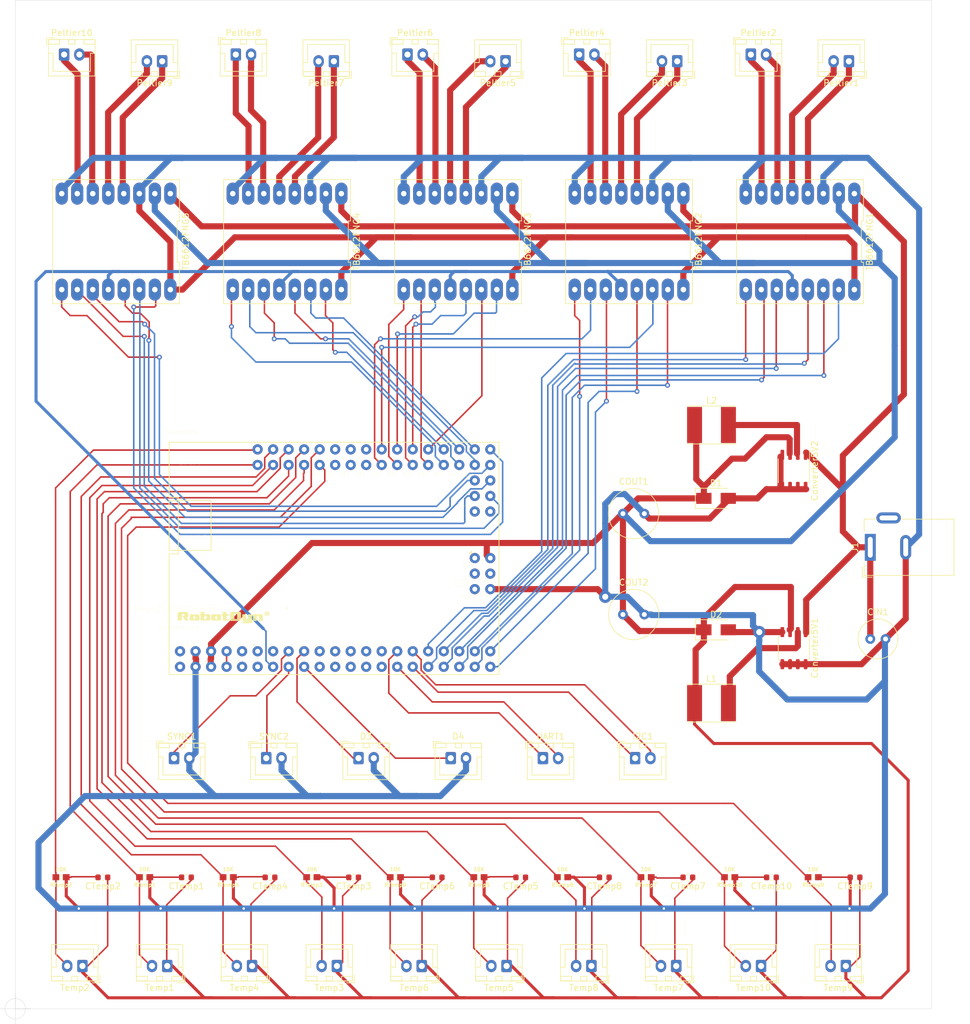
<source format=kicad_pcb>
(kicad_pcb (version 20171130) (host pcbnew "(5.1.5)-3")
  (layers (0 F.Cu signal) (31 B.Cu signal) (34 B.Paste user) (35 F.Paste user) (36 B.SilkS user) (37 F.SilkS user) (38 B.Mask user) (39 F.Mask user) (44 Edge.Cuts user))
  (net 0 "")
  (net 1 GND)
  (net 2 +12V)
  (net 3 +5V)
  (net 4 +3V3)
  (net 5 /Temp1)
  (net 6 "Net-(Peltier1-Pad2)")
  (net 7 "Net-(Peltier1-Pad1)")
  (net 8 "Net-(Peltier2-Pad2)")
  (net 9 "Net-(Peltier2-Pad1)")
  (net 10 "Net-(Converter5V1-Pad2)")
  (net 11 /PWM1)
  (net 12 /A1)
  (net 13 /B1)
  (net 14 /PWM2)
  (net 15 /A2)
  (net 16 /B2)
  (net 17 STBY)
  (net 18 "Net-(Converter5V2-Pad2)")
  (net 19 /PWM3)
  (net 20 /A3)
  (net 21 /B3)
  (net 22 /PWM5)
  (net 23 /A5)
  (net 24 /B5)
  (net 25 /PWM4)
  (net 26 /A4)
  (net 27 /B4)
  (net 28 /PWM6)
  (net 29 /A6)
  (net 30 /B6)
  (net 31 /PWM7)
  (net 32 /A7)
  (net 33 /B7)
  (net 34 /PWM9)
  (net 35 /A9)
  (net 36 /A10)
  (net 37 /PWM10)
  (net 38 /B8)
  (net 39 /A8)
  (net 40 /PWM8)
  (net 41 /Temp0)
  (net 42 /Temp2)
  (net 43 /Temp3)
  (net 44 /Temp5)
  (net 45 /Temp4)
  (net 46 /Temp6)
  (net 47 /Temp7)
  (net 48 /Temp8)
  (net 49 /Temp9)
  (net 50 /B10)
  (net 51 /B9)
  (net 52 "Net-(Peltier3-Pad2)")
  (net 53 "Net-(Peltier3-Pad1)")
  (net 54 "Net-(Peltier4-Pad2)")
  (net 55 "Net-(Peltier4-Pad1)")
  (net 56 "Net-(Peltier5-Pad2)")
  (net 57 "Net-(Peltier5-Pad1)")
  (net 58 "Net-(Peltier6-Pad2)")
  (net 59 "Net-(Peltier6-Pad1)")
  (net 60 "Net-(Peltier7-Pad2)")
  (net 61 "Net-(Peltier7-Pad1)")
  (net 62 "Net-(Peltier8-Pad2)")
  (net 63 "Net-(Peltier8-Pad1)")
  (net 64 "Net-(Peltier9-Pad2)")
  (net 65 "Net-(Peltier9-Pad1)")
  (net 66 "Net-(Peltier10-Pad2)")
  (net 67 "Net-(Peltier10-Pad1)")
  (net 68 /SDA)
  (net 69 /SCL)
  (net 70 /RX1)
  (net 71 /TX1)
  (net 72 /D6)
  (net 73 /D7)
  (net 74 /SYNC2)
  (net 75 /SYNC1)
  (module PeltierArray:MEGA2560PRO-EMBED (layer F.Cu) (at 85 110)
    (fp_text reference MEGA2560PRO1 (at -32.766 -19.3548) (layer F.SilkS) (effects (font (size 0.48 0.48) (thickness 0.015))))
    (fp_text value MEGA2560PRO-EMBED)
    (fp_text user D29 (at 14.4255 18.2184) (layer F.SilkS) (effects (font (size 0.52 0.52) (thickness 0.015))))
    (fp_text user D17 (at -0.848131 18.2184) (layer F.SilkS) (effects (font (size 0.52 0.52) (thickness 0.015))))
    (fp_text user 3V3 (at -26.1557 18.2184) (layer F.SilkS) (effects (font (size 0.52 0.52) (thickness 0.015))))
    (fp_text user D27 (at 11.9013 18.2184) (layer F.SilkS) (effects (font (size 0.52 0.52) (thickness 0.015))))
    (fp_text user D25 (at 9.36287 18.2184) (layer F.SilkS) (effects (font (size 0.52 0.52) (thickness 0.015))))
    (fp_text user D21 (at 4.2481 18.2184) (layer F.SilkS) (effects (font (size 0.52 0.52) (thickness 0.015))))
    (fp_text user D19 (at 1.78404 18.2184) (layer F.SilkS) (effects (font (size 0.52 0.52) (thickness 0.015))))
    (fp_text user D13 (at -5.93334 18.2184) (layer F.SilkS) (effects (font (size 0.52 0.52) (thickness 0.015))))
    (fp_text user D11 (at -8.44883 18.2184) (layer F.SilkS) (effects (font (size 0.52 0.52) (thickness 0.015))))
    (fp_text user D9 (at -10.6967 18.2184) (layer F.SilkS) (effects (font (size 0.52 0.52) (thickness 0.015))))
    (fp_text user D5 (at -15.7541 18.215) (layer F.SilkS) (effects (font (size 0.52 0.52) (thickness 0.015))))
    (fp_text user RST (at -23.5621 18.2283) (layer F.SilkS) (effects (font (size 0.52 0.52) (thickness 0.015))))
    (fp_text user D3 (at -18.2663 18.2184) (layer F.SilkS) (effects (font (size 0.52 0.52) (thickness 0.015))))
    (fp_text user TX (at -20.743 18.215) (layer F.SilkS) (effects (font (size 0.52 0.52) (thickness 0.015))))
    (fp_text user 5V (at -28.4067 18.215) (layer F.SilkS) (effects (font (size 0.52 0.52) (thickness 0.015))))
    (fp_text user GND (at -31.2588 18.2283) (layer F.SilkS) (effects (font (size 0.52 0.52) (thickness 0.015))))
    (fp_text user D31 (at 17.0064 18.2184) (layer F.SilkS) (effects (font (size 0.52 0.52) (thickness 0.015))))
    (fp_text user D23 (at 6.82193 18.2184) (layer F.SilkS) (effects (font (size 0.52 0.52) (thickness 0.015))))
    (fp_text user D15 (at -3.41094 18.2184) (layer F.SilkS) (effects (font (size 0.52 0.52) (thickness 0.015))))
    (fp_text user D7 (at -13.2191 18.215) (layer F.SilkS) (effects (font (size 0.52 0.52) (thickness 0.015))))
    (fp_text user VIN (at -33.7838 18.215) (layer F.SilkS) (effects (font (size 0.52 0.52) (thickness 0.015))))
    (fp_text user D14 (at -3.32605 15.5882) (layer F.SilkS) (effects (font (size 0.52 0.52) (thickness 0.015))))
    (fp_text user D30 (at 17.0587 15.5882) (layer F.SilkS) (effects (font (size 0.52 0.52) (thickness 0.015))))
    (fp_text user D24 (at 9.41034 15.5882) (layer F.SilkS) (effects (font (size 0.52 0.52) (thickness 0.015))))
    (fp_text user D18 (at 1.67739 15.5882) (layer F.SilkS) (effects (font (size 0.52 0.52) (thickness 0.015))))
    (fp_text user D28 (at 14.4322 15.5882) (layer F.SilkS) (effects (font (size 0.52 0.52) (thickness 0.015))))
    (fp_text user D26 (at 11.9199 15.5882) (layer F.SilkS) (effects (font (size 0.52 0.52) (thickness 0.015))))
    (fp_text user D22 (at 6.80006 15.5882) (layer F.SilkS) (effects (font (size 0.52 0.52) (thickness 0.015))))
    (fp_text user D20 (at 4.26502 15.5882) (layer F.SilkS) (effects (font (size 0.52 0.52) (thickness 0.015))))
    (fp_text user D16 (at -0.758088 15.5882) (layer F.SilkS) (effects (font (size 0.52 0.52) (thickness 0.015))))
    (fp_text user D12 (at -5.85152 15.5882) (layer F.SilkS) (effects (font (size 0.52 0.52) (thickness 0.015))))
    (fp_text user D10 (at -8.43539 15.5882) (layer F.SilkS) (effects (font (size 0.52 0.52) (thickness 0.015))))
    (fp_text user D8 (at -10.7153 15.7152) (layer F.SilkS) (effects (font (size 0.52 0.52) (thickness 0.015))))
    (fp_text user D2 (at -18.314 15.5882) (layer F.SilkS) (effects (font (size 0.52 0.52) (thickness 0.015))))
    (fp_text user RX (at -20.7797 15.5848) (layer F.SilkS) (effects (font (size 0.52 0.52) (thickness 0.015))))
    (fp_text user AREF (at -23.8628 15.5848) (layer F.SilkS) (effects (font (size 0.52 0.52) (thickness 0.015))))
    (fp_text user D6 (at -13.148 15.7152) (layer F.SilkS) (effects (font (size 0.52 0.52) (thickness 0.015))))
    (fp_text user D4 (at -15.8268 15.7118) (layer F.SilkS) (effects (font (size 0.52 0.52) (thickness 0.015))))
    (fp_text user D52 (at 16.366 -7.21172) (layer F.SilkS) (effects (font (size 0.52 0.52) (thickness 0.015))))
    (fp_text user D53 (at 13.846 -7.21172) (layer F.SilkS) (effects (font (size 0.52 0.52) (thickness 0.015))))
    (fp_text user D50 (at 16.366 -9.56247) (layer F.SilkS) (effects (font (size 0.52 0.52) (thickness 0.015))))
    (fp_text user D48 (at 16.366 -12.1344) (layer F.SilkS) (effects (font (size 0.52 0.52) (thickness 0.015))))
    (fp_text user D51 (at 13.846 -9.55695) (layer F.SilkS) (effects (font (size 0.52 0.52) (thickness 0.015))))
    (fp_text user D49 (at 13.846 -12.1344) (layer F.SilkS) (effects (font (size 0.52 0.52) (thickness 0.015))))
    (fp_text user D46 (at 16.9247 -15.0387) (layer F.SilkS) (effects (font (size 0.52 0.52) (thickness 0.015))))
    (fp_text user D32 (at -0.910972 -15.0387) (layer F.SilkS) (effects (font (size 0.52 0.52) (thickness 0.015))))
    (fp_text user A10 (at -8.48871 -15.0387) (layer F.SilkS) (effects (font (size 0.52 0.52) (thickness 0.015))))
    (fp_text user D47 (at 16.9624 -12.4406) (layer F.SilkS) (effects (font (size 0.52 0.52) (thickness 0.015))))
    (fp_text user D33 (at -0.950519 -12.4373) (layer F.SilkS) (effects (font (size 0.52 0.52) (thickness 0.015))))
    (fp_text user A11 (at -8.56099 -12.4373) (layer F.SilkS) (effects (font (size 0.52 0.52) (thickness 0.015))))
    (fp_text user D42 (at 11.8896 -15.0387) (layer F.SilkS) (effects (font (size 0.52 0.52) (thickness 0.015))))
    (fp_text user D40 (at 9.16904 -15.0387) (layer F.SilkS) (effects (font (size 0.52 0.52) (thickness 0.015))))
    (fp_text user D38 (at 6.76755 -15.0387) (layer F.SilkS) (effects (font (size 0.52 0.52) (thickness 0.015))))
    (fp_text user D36 (at 4.26481 -15.0387) (layer F.SilkS) (effects (font (size 0.52 0.52) (thickness 0.015))))
    (fp_text user D34 (at 1.62357 -15.0387) (layer F.SilkS) (effects (font (size 0.52 0.52) (thickness 0.015))))
    (fp_text user A14 (at -3.29639 -15.0387) (layer F.SilkS) (effects (font (size 0.52 0.52) (thickness 0.015))))
    (fp_text user A12 (at -5.81045 -15.0387) (layer F.SilkS) (effects (font (size 0.52 0.52) (thickness 0.015))))
    (fp_text user D43 (at 11.8683 -12.4373) (layer F.SilkS) (effects (font (size 0.52 0.52) (thickness 0.015))))
    (fp_text user D41 (at 9.27631 -12.4373) (layer F.SilkS) (effects (font (size 0.52 0.52) (thickness 0.015))))
    (fp_text user D39 (at 6.70263 -12.4373) (layer F.SilkS) (effects (font (size 0.52 0.52) (thickness 0.015))))
    (fp_text user D37 (at 4.25315 -12.4373) (layer F.SilkS) (effects (font (size 0.52 0.52) (thickness 0.015))))
    (fp_text user D35 (at 1.6254 -12.4373) (layer F.SilkS) (effects (font (size 0.52 0.52) (thickness 0.015))))
    (fp_text user A15 (at -3.42219 -12.4373) (layer F.SilkS) (effects (font (size 0.52 0.52) (thickness 0.015))))
    (fp_text user A13 (at -6.05821 -12.4373) (layer F.SilkS) (effects (font (size 0.52 0.52) (thickness 0.015))))
    (fp_text user D44 (at 14.4242 -15.0421) (layer F.SilkS) (effects (font (size 0.52 0.52) (thickness 0.015))))
    (fp_text user D45 (at 14.4274 -12.4406) (layer F.SilkS) (effects (font (size 0.52 0.52) (thickness 0.015))))
    (fp_text user A9 (at -10.587 -12.4373) (layer F.SilkS) (effects (font (size 0.52 0.52) (thickness 0.015))))
    (fp_text user A8 (at -10.5898 -15.0387) (layer F.SilkS) (effects (font (size 0.52 0.52) (thickness 0.015))))
    (fp_text user A6 (at -13.183 -15.0387) (layer F.SilkS) (effects (font (size 0.52 0.52) (thickness 0.015))))
    (fp_text user A7 (at -13.1104 -12.4406) (layer F.SilkS) (effects (font (size 0.52 0.52) (thickness 0.015))))
    (fp_text user A5 (at -15.7058 -12.4406) (layer F.SilkS) (effects (font (size 0.52 0.52) (thickness 0.015))))
    (fp_text user A4 (at -15.7028 -15.0421) (layer F.SilkS) (effects (font (size 0.52 0.52) (thickness 0.015))))
    (fp_text user A3 (at -18.2393 -12.4373) (layer F.SilkS) (effects (font (size 0.52 0.52) (thickness 0.015))))
    (fp_text user A2 (at -18.222 -15.0387) (layer F.SilkS) (effects (font (size 0.52 0.52) (thickness 0.015))))
    (fp_text user A1 (at -20.8329 -12.4373) (layer F.SilkS) (effects (font (size 0.52 0.52) (thickness 0.015))))
    (fp_text user A0 (at -20.7658 -14.9117) (layer F.SilkS) (effects (font (size 0.52 0.52) (thickness 0.015))))
    (fp_text user robotdyn.com (at -33.2579 12.5363) (layer F.SilkS) (effects (font (size 0.682419 0.682419) (thickness 0.015))))
    (fp_text user ICSP (at 13.0575 5.42448) (layer F.SilkS) (effects (font (size 0.892378 0.892378) (thickness 0.015))))
    (fp_text user RESET (at -31.4028 -13.9752) (layer F.SilkS) (effects (font (size 0.787399 0.787399) (thickness 0.015))))
    (fp_text user VIN (at -33.7831 15.5848) (layer F.SilkS) (effects (font (size 0.52 0.52) (thickness 0.015))))
    (fp_text user 5V (at -28.3568 15.5848) (layer F.SilkS) (effects (font (size 0.52 0.52) (thickness 0.015))))
    (fp_text user GND (at -31.2391 15.5982) (layer F.SilkS) (effects (font (size 0.52 0.52) (thickness 0.015))))
    (fp_text user 3V3 (at -26.1831 15.5882) (layer F.SilkS) (effects (font (size 0.52 0.52) (thickness 0.015))))
    (fp_text user Mega~2560~PRO~Embed (at -33.2604 9.5934) (layer F.SilkS) (effects (font (size 0.944882 0.944882) (thickness 0.015))))
    (fp_text user MISO (at 14.221 2.25872) (layer F.SilkS) (effects (font (size 0.52 0.52) (thickness 0.015))))
    (fp_text user SCK (at 14.221 4.54472) (layer F.SilkS) (effects (font (size 0.52 0.52) (thickness 0.015))))
    (fp_text user RESET (at 14.221 7.59272) (layer F.SilkS) (effects (font (size 0.52 0.52) (thickness 0.015))))
    (fp_text user GND (at 16.761 7.21172) (layer F.SilkS) (effects (font (size 0.52 0.52) (thickness 0.015))))
    (fp_text user MOSI (at 16.761 4.92572) (layer F.SilkS) (effects (font (size 0.52 0.52) (thickness 0.015))))
    (fp_text user 5V (at 16.761 1.75072) (layer F.SilkS) (effects (font (size 0.52 0.52) (thickness 0.015))))
    (fp_text user USB (at -29.845 -2.413) (layer F.SilkS) (effects (font (thickness 0.015))))
    (pad VIN@2 thru_hole circle (at -33.02 16.51) (size 1.6764 1.6764) (drill 0.8) (layers *.Cu *.Mask))
    (pad VIN@1 thru_hole circle (at -33.02 19.05) (size 1.6764 1.6764) (drill 0.8) (layers *.Cu *.Mask))
    (pad GND@2 thru_hole circle (at -30.48 16.51) (size 1.6764 1.6764) (drill 0.8) (layers *.Cu *.Mask) (net 1 GND))
    (pad GND@1 thru_hole circle (at -30.48 19.05) (size 1.6764 1.6764) (drill 0.8) (layers *.Cu *.Mask) (net 1 GND))
    (pad 5V@1 thru_hole circle (at -27.94 19.05) (size 1.6764 1.6764) (drill 0.8) (layers *.Cu *.Mask) (net 3 +5V))
    (pad 5V@2 thru_hole circle (at -27.94 16.51) (size 1.6764 1.6764) (drill 0.8) (layers *.Cu *.Mask) (net 3 +5V))
    (pad 3V3@2 thru_hole circle (at -25.4 16.51) (size 1.6764 1.6764) (drill 0.8) (layers *.Cu *.Mask) (net 4 +3V3))
    (pad 3V3@1 thru_hole circle (at -25.4 19.05) (size 1.6764 1.6764) (drill 0.8) (layers *.Cu *.Mask) (net 4 +3V3))
    (pad RST thru_hole circle (at -22.86 19.05) (size 1.6764 1.6764) (drill 0.8) (layers *.Cu *.Mask))
    (pad AREF thru_hole circle (at -22.86 16.51) (size 1.6764 1.6764) (drill 0.8) (layers *.Cu *.Mask))
    (pad RX thru_hole circle (at -20.32 16.51) (size 1.6764 1.6764) (drill 0.8) (layers *.Cu *.Mask))
    (pad TX thru_hole circle (at -20.32 19.05) (size 1.6764 1.6764) (drill 0.8) (layers *.Cu *.Mask))
    (pad D3 thru_hole circle (at -17.78 19.05) (size 1.6764 1.6764) (drill 0.8) (layers *.Cu *.Mask) (net 17 STBY))
    (pad D5 thru_hole circle (at -15.24 19.05) (size 1.6764 1.6764) (drill 0.8) (layers *.Cu *.Mask) (net 74 /SYNC2))
    (pad D7 thru_hole circle (at -12.7 19.05) (size 1.6764 1.6764) (drill 0.8) (layers *.Cu *.Mask) (net 73 /D7))
    (pad D9 thru_hole circle (at -10.16 19.05) (size 1.6764 1.6764) (drill 0.8) (layers *.Cu *.Mask))
    (pad D11 thru_hole circle (at -7.62 19.05) (size 1.6764 1.6764) (drill 0.8) (layers *.Cu *.Mask))
    (pad D13 thru_hole circle (at -5.08 19.05) (size 1.6764 1.6764) (drill 0.8) (layers *.Cu *.Mask))
    (pad D15 thru_hole circle (at -2.54 19.05) (size 1.6764 1.6764) (drill 0.8) (layers *.Cu *.Mask))
    (pad D17 thru_hole circle (at 0 19.05) (size 1.6764 1.6764) (drill 0.8) (layers *.Cu *.Mask))
    (pad D19 thru_hole circle (at 2.54 19.05) (size 1.6764 1.6764) (drill 0.8) (layers *.Cu *.Mask) (net 70 /RX1))
    (pad D21 thru_hole circle (at 5.08 19.05) (size 1.6764 1.6764) (drill 0.8) (layers *.Cu *.Mask) (net 69 /SCL))
    (pad D2 thru_hole circle (at -17.78 16.51) (size 1.6764 1.6764) (drill 0.8) (layers *.Cu *.Mask))
    (pad D4 thru_hole circle (at -15.24 16.51) (size 1.6764 1.6764) (drill 0.8) (layers *.Cu *.Mask) (net 75 /SYNC1))
    (pad D6 thru_hole circle (at -12.7 16.51) (size 1.6764 1.6764) (drill 0.8) (layers *.Cu *.Mask) (net 72 /D6))
    (pad D8 thru_hole circle (at -10.16 16.51) (size 1.6764 1.6764) (drill 0.8) (layers *.Cu *.Mask))
    (pad D10 thru_hole circle (at -7.62 16.51) (size 1.6764 1.6764) (drill 0.8) (layers *.Cu *.Mask))
    (pad D12 thru_hole circle (at -5.08 16.51) (size 1.6764 1.6764) (drill 0.8) (layers *.Cu *.Mask))
    (pad D14 thru_hole circle (at -2.54 16.51) (size 1.6764 1.6764) (drill 0.8) (layers *.Cu *.Mask))
    (pad D16 thru_hole circle (at 0 16.51) (size 1.6764 1.6764) (drill 0.8) (layers *.Cu *.Mask))
    (pad D18 thru_hole circle (at 2.54 16.51) (size 1.6764 1.6764) (drill 0.8) (layers *.Cu *.Mask) (net 71 /TX1))
    (pad D20 thru_hole circle (at 5.08 16.51) (size 1.6764 1.6764) (drill 0.8) (layers *.Cu *.Mask) (net 68 /SDA))
    (pad D23 thru_hole circle (at 7.62 19.05) (size 1.6764 1.6764) (drill 0.8) (layers *.Cu *.Mask) (net 11 /PWM1))
    (pad D25 thru_hole circle (at 10.16 19.05) (size 1.6764 1.6764) (drill 0.8) (layers *.Cu *.Mask) (net 12 /A1))
    (pad D27 thru_hole circle (at 12.7 19.05) (size 1.6764 1.6764) (drill 0.8) (layers *.Cu *.Mask) (net 13 /B1))
    (pad D29 thru_hole circle (at 15.24 19.05) (size 1.6764 1.6764) (drill 0.8) (layers *.Cu *.Mask) (net 19 /PWM3))
    (pad D31 thru_hole circle (at 17.78 19.05) (size 1.6764 1.6764) (drill 0.8) (layers *.Cu *.Mask) (net 20 /A3))
    (pad D30 thru_hole circle (at 17.78 16.51) (size 1.6764 1.6764) (drill 0.8) (layers *.Cu *.Mask) (net 26 /A4))
    (pad D28 thru_hole circle (at 15.24 16.51) (size 1.6764 1.6764) (drill 0.8) (layers *.Cu *.Mask) (net 25 /PWM4))
    (pad D26 thru_hole circle (at 12.7 16.51) (size 1.6764 1.6764) (drill 0.8) (layers *.Cu *.Mask) (net 16 /B2))
    (pad D24 thru_hole circle (at 10.16 16.51) (size 1.6764 1.6764) (drill 0.8) (layers *.Cu *.Mask) (net 15 /A2))
    (pad D22 thru_hole circle (at 7.62 16.51) (size 1.6764 1.6764) (drill 0.8) (layers *.Cu *.Mask) (net 14 /PWM2))
    (pad A1 thru_hole circle (at -20.32 -13.97) (size 1.6764 1.6764) (drill 0.8) (layers *.Cu *.Mask) (net 5 /Temp1))
    (pad A0 thru_hole circle (at -20.32 -16.51) (size 1.6764 1.6764) (drill 0.8) (layers *.Cu *.Mask) (net 41 /Temp0))
    (pad A2 thru_hole circle (at -17.78 -16.51) (size 1.6764 1.6764) (drill 0.8) (layers *.Cu *.Mask) (net 42 /Temp2))
    (pad A3 thru_hole circle (at -17.78 -13.97) (size 1.6764 1.6764) (drill 0.8) (layers *.Cu *.Mask) (net 43 /Temp3))
    (pad A5 thru_hole circle (at -15.24 -13.97) (size 1.6764 1.6764) (drill 0.8) (layers *.Cu *.Mask) (net 44 /Temp5))
    (pad A4 thru_hole circle (at -15.24 -16.51) (size 1.6764 1.6764) (drill 0.8) (layers *.Cu *.Mask) (net 45 /Temp4))
    (pad A6 thru_hole circle (at -12.7 -16.51) (size 1.6764 1.6764) (drill 0.8) (layers *.Cu *.Mask) (net 46 /Temp6))
    (pad A7 thru_hole circle (at -12.7 -13.97) (size 1.6764 1.6764) (drill 0.8) (layers *.Cu *.Mask) (net 47 /Temp7))
    (pad A8 thru_hole circle (at -10.16 -16.51) (size 1.6764 1.6764) (drill 0.8) (layers *.Cu *.Mask) (net 48 /Temp8))
    (pad A9 thru_hole circle (at -10.16 -13.97) (size 1.6764 1.6764) (drill 0.8) (layers *.Cu *.Mask) (net 49 /Temp9))
    (pad A10 thru_hole circle (at -7.62 -16.51) (size 1.6764 1.6764) (drill 0.8) (layers *.Cu *.Mask))
    (pad A11 thru_hole circle (at -7.62 -13.97) (size 1.6764 1.6764) (drill 0.8) (layers *.Cu *.Mask))
    (pad A12 thru_hole circle (at -5.08 -16.51) (size 1.6764 1.6764) (drill 0.8) (layers *.Cu *.Mask))
    (pad A13 thru_hole circle (at -5.08 -13.97) (size 1.6764 1.6764) (drill 0.8) (layers *.Cu *.Mask))
    (pad A14 thru_hole circle (at -2.54 -16.51) (size 1.6764 1.6764) (drill 0.8) (layers *.Cu *.Mask))
    (pad A15 thru_hole circle (at -2.54 -13.97) (size 1.6764 1.6764) (drill 0.8) (layers *.Cu *.Mask))
    (pad D32 thru_hole circle (at 0 -16.51) (size 1.6764 1.6764) (drill 0.8) (layers *.Cu *.Mask) (net 27 /B4))
    (pad D33 thru_hole circle (at 0 -13.97) (size 1.6764 1.6764) (drill 0.8) (layers *.Cu *.Mask) (net 21 /B3))
    (pad D34 thru_hole circle (at 2.54 -16.51) (size 1.6764 1.6764) (drill 0.8) (layers *.Cu *.Mask) (net 28 /PWM6))
    (pad D35 thru_hole circle (at 2.54 -13.97) (size 1.6764 1.6764) (drill 0.8) (layers *.Cu *.Mask) (net 22 /PWM5))
    (pad D36 thru_hole circle (at 5.08 -16.51) (size 1.6764 1.6764) (drill 0.8) (layers *.Cu *.Mask) (net 29 /A6))
    (pad D37 thru_hole circle (at 5.08 -13.97) (size 1.6764 1.6764) (drill 0.8) (layers *.Cu *.Mask) (net 23 /A5))
    (pad D38 thru_hole circle (at 7.62 -16.51) (size 1.6764 1.6764) (drill 0.8) (layers *.Cu *.Mask) (net 30 /B6))
    (pad D39 thru_hole circle (at 7.62 -13.97) (size 1.6764 1.6764) (drill 0.8) (layers *.Cu *.Mask) (net 24 /B5))
    (pad D40 thru_hole circle (at 10.16 -16.51) (size 1.6764 1.6764) (drill 0.8) (layers *.Cu *.Mask) (net 40 /PWM8))
    (pad D41 thru_hole circle (at 10.16 -13.97) (size 1.6764 1.6764) (drill 0.8) (layers *.Cu *.Mask) (net 31 /PWM7))
    (pad D42 thru_hole circle (at 12.7 -16.51) (size 1.6764 1.6764) (drill 0.8) (layers *.Cu *.Mask) (net 39 /A8))
    (pad D43 thru_hole circle (at 12.7 -13.97) (size 1.6764 1.6764) (drill 0.8) (layers *.Cu *.Mask) (net 32 /A7))
    (pad D44 thru_hole circle (at 15.24 -16.51) (size 1.6764 1.6764) (drill 0.8) (layers *.Cu *.Mask) (net 38 /B8))
    (pad D45 thru_hole circle (at 15.24 -13.97) (size 1.6764 1.6764) (drill 0.8) (layers *.Cu *.Mask) (net 33 /B7))
    (pad D46 thru_hole circle (at 17.78 -16.51) (size 1.6764 1.6764) (drill 0.8) (layers *.Cu *.Mask) (net 37 /PWM10))
    (pad D47 thru_hole circle (at 17.78 -13.97) (size 1.6764 1.6764) (drill 0.8) (layers *.Cu *.Mask) (net 34 /PWM9))
    (pad D48 thru_hole circle (at 17.78 -11.43) (size 1.6764 1.6764) (drill 0.8) (layers *.Cu *.Mask) (net 36 /A10))
    (pad D49 thru_hole circle (at 15.24 -11.43) (size 1.6764 1.6764) (drill 0.8) (layers *.Cu *.Mask) (net 35 /A9))
    (pad D51 thru_hole circle (at 15.24 -8.89) (size 1.6764 1.6764) (drill 0.8) (layers *.Cu *.Mask) (net 51 /B9))
    (pad D50 thru_hole circle (at 17.78 -8.89) (size 1.6764 1.6764) (drill 0.8) (layers *.Cu *.Mask) (net 50 /B10))
    (pad D52 thru_hole circle (at 17.78 -6.35) (size 1.6764 1.6764) (drill 0.8) (layers *.Cu *.Mask))
    (pad D53 thru_hole circle (at 15.24 -6.35) (size 1.6764 1.6764) (drill 0.8) (layers *.Cu *.Mask))
    (pad RESET thru_hole circle (at 15.24 6.35) (size 1.6764 1.6764) (drill 0.8) (layers *.Cu *.Mask))
    (pad GND@3 thru_hole circle (at 17.78 6.35) (size 1.6764 1.6764) (drill 0.8) (layers *.Cu *.Mask) (net 1 GND))
    (pad SCK thru_hole circle (at 15.24 3.81) (size 1.6764 1.6764) (drill 0.8) (layers *.Cu *.Mask))
    (pad MISO thru_hole circle (at 15.24 1.27) (size 1.6764 1.6764) (drill 0.8) (layers *.Cu *.Mask))
    (pad 5V@3 thru_hole circle (at 17.78 1.27) (size 1.6764 1.6764) (drill 0.8) (layers *.Cu *.Mask) (net 3 +5V))
    (pad MOSI thru_hole circle (at 17.78 3.81) (size 1.6764 1.6764) (drill 0.8) (layers *.Cu *.Mask))
  )
  (module Connector_JST:JST_XH_B2B-XH-A_1x02_P2.50mm_Vertical (layer F.Cu) (at 111.4 144)
    (fp_text reference UART1 (at 1.25 -3.55) (layer F.SilkS))
    (fp_text value Conn_01x02_Male)
    (pad 2 thru_hole oval (at 2.5 0) (size 1.7 2) (drill 1) (layers *.Cu *.Mask) (net 70 /RX1))
    (pad 1 thru_hole roundrect (at 0 0) (size 1.7 2) (drill 1) (layers *.Cu *.Mask) (roundrect_rratio 0.147059) (net 71 /TX1))
  )
  (module Connector_JST:JST_XH_B2B-XH-A_1x02_P2.50mm_Vertical (layer F.Cu) (at 66.1 144)
    (fp_text reference SYNC2 (at 1.25 -3.55) (layer F.SilkS))
    (fp_text value Conn_01x02_Male)
    (pad 2 thru_hole oval (at 2.5 0) (size 1.7 2) (drill 1) (layers *.Cu *.Mask) (net 1 GND))
    (pad 1 thru_hole roundrect (at 0 0) (size 1.7 2) (drill 1) (layers *.Cu *.Mask) (roundrect_rratio 0.147059) (net 74 /SYNC2))
  )
  (module Connector_JST:JST_XH_B2B-XH-A_1x02_P2.50mm_Vertical (layer F.Cu) (at 51 144)
    (fp_text reference SYNC1 (at 1.25 -3.55) (layer F.SilkS))
    (fp_text value Conn_01x02_Male)
    (pad 2 thru_hole oval (at 2.5 0) (size 1.7 2) (drill 1) (layers *.Cu *.Mask) (net 1 GND))
    (pad 1 thru_hole roundrect (at 0 0) (size 1.7 2) (drill 1) (layers *.Cu *.Mask) (roundrect_rratio 0.147059) (net 75 /SYNC1))
  )
  (module Connector_JST:JST_XH_B2B-XH-A_1x02_P2.50mm_Vertical (layer F.Cu) (at 126.5 144)
    (fp_text reference I2C1 (at 1.25 -3.55) (layer F.SilkS))
    (fp_text value Conn_01x02_Male)
    (pad 2 thru_hole oval (at 2.5 0) (size 1.7 2) (drill 1) (layers *.Cu *.Mask) (net 68 /SDA))
    (pad 1 thru_hole roundrect (at 0 0) (size 1.7 2) (drill 1) (layers *.Cu *.Mask) (roundrect_rratio 0.147059) (net 69 /SCL))
  )
  (module Connector_JST:JST_XH_B2B-XH-A_1x02_P2.50mm_Vertical (layer F.Cu) (at 96.3 144)
    (fp_text reference D4 (at 1.25 -3.55) (layer F.SilkS))
    (fp_text value Conn_01x02_Male)
    (pad 2 thru_hole oval (at 2.5 0) (size 1.7 2) (drill 1) (layers *.Cu *.Mask) (net 1 GND))
    (pad 1 thru_hole roundrect (at 0 0) (size 1.7 2) (drill 1) (layers *.Cu *.Mask) (roundrect_rratio 0.147059) (net 73 /D7))
  )
  (module Connector_JST:JST_XH_B2B-XH-A_1x02_P2.50mm_Vertical (layer F.Cu) (at 81.2 144)
    (fp_text reference D3 (at 1.25 -3.55) (layer F.SilkS))
    (fp_text value Conn_01x02_Male)
    (pad 2 thru_hole oval (at 2.5 0) (size 1.7 2) (drill 1) (layers *.Cu *.Mask) (net 1 GND))
    (pad 1 thru_hole roundrect (at 0 0) (size 1.7 2) (drill 1) (layers *.Cu *.Mask) (roundrect_rratio 0.147059) (net 72 /D6))
  )
  (module Connector_JST:JST_XH_B2B-XH-A_1x02_P2.50mm_Vertical (layer F.Cu) (at 33 28.9)
    (fp_text reference Peltier10 (at 1.25 -3.55) (layer F.SilkS))
    (fp_text value Conn_01x02_Male)
    (pad 2 thru_hole oval (at 2.5 0) (size 1.7 2) (drill 1) (layers *.Cu *.Mask) (net 66 "Net-(Peltier10-Pad2)"))
    (pad 1 thru_hole roundrect (at 0 0) (size 1.7 2) (drill 1) (layers *.Cu *.Mask) (roundrect_rratio 0.147059) (net 67 "Net-(Peltier10-Pad1)"))
  )
  (module Connector_JST:JST_XH_B2B-XH-A_1x02_P2.50mm_Vertical (layer F.Cu) (at 49.055555 30 180)
    (fp_text reference Peltier9 (at 1.25 -3.55) (layer F.SilkS))
    (fp_text value Conn_01x02_Male)
    (pad 2 thru_hole oval (at 2.5 0 180) (size 1.7 2) (drill 1) (layers *.Cu *.Mask) (net 64 "Net-(Peltier9-Pad2)"))
    (pad 1 thru_hole roundrect (at 0 0 180) (size 1.7 2) (drill 1) (layers *.Cu *.Mask) (roundrect_rratio 0.147059) (net 65 "Net-(Peltier9-Pad1)"))
  )
  (module Connector_JST:JST_XH_B2B-XH-A_1x02_P2.50mm_Vertical (layer F.Cu) (at 61.11111 28.9)
    (fp_text reference Peltier8 (at 1.25 -3.55) (layer F.SilkS))
    (fp_text value Conn_01x02_Male)
    (pad 2 thru_hole oval (at 2.5 0) (size 1.7 2) (drill 1) (layers *.Cu *.Mask) (net 62 "Net-(Peltier8-Pad2)"))
    (pad 1 thru_hole roundrect (at 0 0) (size 1.7 2) (drill 1) (layers *.Cu *.Mask) (roundrect_rratio 0.147059) (net 63 "Net-(Peltier8-Pad1)"))
  )
  (module Connector_JST:JST_XH_B2B-XH-A_1x02_P2.50mm_Vertical (layer F.Cu) (at 77.166665 30 180)
    (fp_text reference Peltier7 (at 1.25 -3.55) (layer F.SilkS))
    (fp_text value Conn_01x02_Male)
    (pad 2 thru_hole oval (at 2.5 0 180) (size 1.7 2) (drill 1) (layers *.Cu *.Mask) (net 60 "Net-(Peltier7-Pad2)"))
    (pad 1 thru_hole roundrect (at 0 0 180) (size 1.7 2) (drill 1) (layers *.Cu *.Mask) (roundrect_rratio 0.147059) (net 61 "Net-(Peltier7-Pad1)"))
  )
  (module Connector_JST:JST_XH_B2B-XH-A_1x02_P2.50mm_Vertical (layer F.Cu) (at 89.22222 28.9)
    (fp_text reference Peltier6 (at 1.25 -3.55) (layer F.SilkS))
    (fp_text value Conn_01x02_Male)
    (pad 2 thru_hole oval (at 2.5 0) (size 1.7 2) (drill 1) (layers *.Cu *.Mask) (net 58 "Net-(Peltier6-Pad2)"))
    (pad 1 thru_hole roundrect (at 0 0) (size 1.7 2) (drill 1) (layers *.Cu *.Mask) (roundrect_rratio 0.147059) (net 59 "Net-(Peltier6-Pad1)"))
  )
  (module Connector_JST:JST_XH_B2B-XH-A_1x02_P2.50mm_Vertical (layer F.Cu) (at 105.277775 30 180)
    (fp_text reference Peltier5 (at 1.25 -3.55) (layer F.SilkS))
    (fp_text value Conn_01x02_Male)
    (pad 2 thru_hole oval (at 2.5 0 180) (size 1.7 2) (drill 1) (layers *.Cu *.Mask) (net 56 "Net-(Peltier5-Pad2)"))
    (pad 1 thru_hole roundrect (at 0 0 180) (size 1.7 2) (drill 1) (layers *.Cu *.Mask) (roundrect_rratio 0.147059) (net 57 "Net-(Peltier5-Pad1)"))
  )
  (module Connector_JST:JST_XH_B2B-XH-A_1x02_P2.50mm_Vertical (layer F.Cu) (at 117.33333 28.9)
    (fp_text reference Peltier4 (at 1.25 -3.55) (layer F.SilkS))
    (fp_text value Conn_01x02_Male)
    (pad 2 thru_hole oval (at 2.5 0) (size 1.7 2) (drill 1) (layers *.Cu *.Mask) (net 54 "Net-(Peltier4-Pad2)"))
    (pad 1 thru_hole roundrect (at 0 0) (size 1.7 2) (drill 1) (layers *.Cu *.Mask) (roundrect_rratio 0.147059) (net 55 "Net-(Peltier4-Pad1)"))
  )
  (module Connector_JST:JST_XH_B2B-XH-A_1x02_P2.50mm_Vertical (layer F.Cu) (at 133.388885 30 180)
    (fp_text reference Peltier3 (at 1.25 -3.55) (layer F.SilkS))
    (fp_text value Conn_01x02_Male)
    (pad 2 thru_hole oval (at 2.5 0 180) (size 1.7 2) (drill 1) (layers *.Cu *.Mask) (net 52 "Net-(Peltier3-Pad2)"))
    (pad 1 thru_hole roundrect (at 0 0 180) (size 1.7 2) (drill 1) (layers *.Cu *.Mask) (roundrect_rratio 0.147059) (net 53 "Net-(Peltier3-Pad1)"))
  )
  (module Connector_JST:JST_XH_B2B-XH-A_1x02_P2.50mm_Vertical (layer F.Cu) (at 145.44444 28.9)
    (fp_text reference Peltier2 (at 1.25 -3.55) (layer F.SilkS))
    (fp_text value Conn_01x02_Male)
    (pad 2 thru_hole oval (at 2.5 0) (size 1.7 2) (drill 1) (layers *.Cu *.Mask) (net 8 "Net-(Peltier2-Pad2)"))
    (pad 1 thru_hole roundrect (at 0 0) (size 1.7 2) (drill 1) (layers *.Cu *.Mask) (roundrect_rratio 0.147059) (net 9 "Net-(Peltier2-Pad1)"))
  )
  (module Connector_JST:JST_XH_B2B-XH-A_1x02_P2.50mm_Vertical (layer F.Cu) (at 161.5 30 180)
    (fp_text reference Peltier1 (at 1.25 -3.55) (layer F.SilkS))
    (fp_text value Conn_01x02_Male)
    (pad 2 thru_hole oval (at 2.5 0 180) (size 1.7 2) (drill 1) (layers *.Cu *.Mask) (net 6 "Net-(Peltier1-Pad2)"))
    (pad 1 thru_hole roundrect (at 0 0 180) (size 1.7 2) (drill 1) (layers *.Cu *.Mask) (roundrect_rratio 0.147059) (net 7 "Net-(Peltier1-Pad1)"))
  )
  (module Connector_JST:JST_XH_B2B-XH-A_1x02_P2.50mm_Vertical (layer F.Cu) (at 161 178 180)
    (fp_text reference Temp9 (at 1.25 -3.55) (layer F.SilkS))
    (fp_text value Conn_01x02_Male)
    (pad 2 thru_hole oval (at 2.5 0 180) (size 1.7 2) (drill 1) (layers *.Cu *.Mask) (net 49 /Temp9))
    (pad 1 thru_hole roundrect (at 0 0 180) (size 1.7 2) (drill 1) (layers *.Cu *.Mask) (roundrect_rratio 0.147059) (net 3 +5V))
  )
  (module Connector_JST:JST_XH_B2B-XH-A_1x02_P2.50mm_Vertical (layer F.Cu) (at 147.111104 178 180)
    (fp_text reference Temp10 (at 1.25 -3.55) (layer F.SilkS))
    (fp_text value Conn_01x02_Male)
    (pad 2 thru_hole oval (at 2.5 0 180) (size 1.7 2) (drill 1) (layers *.Cu *.Mask) (net 48 /Temp8))
    (pad 1 thru_hole roundrect (at 0 0 180) (size 1.7 2) (drill 1) (layers *.Cu *.Mask) (roundrect_rratio 0.147059) (net 3 +5V))
  )
  (module Connector_JST:JST_XH_B2B-XH-A_1x02_P2.50mm_Vertical (layer F.Cu) (at 133.222216 178 180)
    (fp_text reference Temp7 (at 1.25 -3.55) (layer F.SilkS))
    (fp_text value Conn_01x02_Male)
    (pad 2 thru_hole oval (at 2.5 0 180) (size 1.7 2) (drill 1) (layers *.Cu *.Mask) (net 47 /Temp7))
    (pad 1 thru_hole roundrect (at 0 0 180) (size 1.7 2) (drill 1) (layers *.Cu *.Mask) (roundrect_rratio 0.147059) (net 3 +5V))
  )
  (module Connector_JST:JST_XH_B2B-XH-A_1x02_P2.50mm_Vertical (layer F.Cu) (at 119.333328 178 180)
    (fp_text reference Temp8 (at 1.25 -3.55) (layer F.SilkS))
    (fp_text value Conn_01x02_Male)
    (pad 2 thru_hole oval (at 2.5 0 180) (size 1.7 2) (drill 1) (layers *.Cu *.Mask) (net 46 /Temp6))
    (pad 1 thru_hole roundrect (at 0 0 180) (size 1.7 2) (drill 1) (layers *.Cu *.Mask) (roundrect_rratio 0.147059) (net 3 +5V))
  )
  (module Connector_JST:JST_XH_B2B-XH-A_1x02_P2.50mm_Vertical (layer F.Cu) (at 105.44444 178 180)
    (fp_text reference Temp5 (at 1.25 -3.55) (layer F.SilkS))
    (fp_text value Conn_01x02_Male)
    (pad 2 thru_hole oval (at 2.5 0 180) (size 1.7 2) (drill 1) (layers *.Cu *.Mask) (net 44 /Temp5))
    (pad 1 thru_hole roundrect (at 0 0 180) (size 1.7 2) (drill 1) (layers *.Cu *.Mask) (roundrect_rratio 0.147059) (net 3 +5V))
  )
  (module Connector_JST:JST_XH_B2B-XH-A_1x02_P2.50mm_Vertical (layer F.Cu) (at 91.555552 178 180)
    (fp_text reference Temp6 (at 1.25 -3.55) (layer F.SilkS))
    (fp_text value Conn_01x02_Male)
    (pad 2 thru_hole oval (at 2.5 0 180) (size 1.7 2) (drill 1) (layers *.Cu *.Mask) (net 45 /Temp4))
    (pad 1 thru_hole roundrect (at 0 0 180) (size 1.7 2) (drill 1) (layers *.Cu *.Mask) (roundrect_rratio 0.147059) (net 3 +5V))
  )
  (module Connector_JST:JST_XH_B2B-XH-A_1x02_P2.50mm_Vertical (layer F.Cu) (at 77.666664 178 180)
    (fp_text reference Temp3 (at 1.25 -3.55) (layer F.SilkS))
    (fp_text value Conn_01x02_Male)
    (pad 2 thru_hole oval (at 2.5 0 180) (size 1.7 2) (drill 1) (layers *.Cu *.Mask) (net 43 /Temp3))
    (pad 1 thru_hole roundrect (at 0 0 180) (size 1.7 2) (drill 1) (layers *.Cu *.Mask) (roundrect_rratio 0.147059) (net 3 +5V))
  )
  (module Connector_JST:JST_XH_B2B-XH-A_1x02_P2.50mm_Vertical (layer F.Cu) (at 63.777776 178 180)
    (fp_text reference Temp4 (at 1.25 -3.55) (layer F.SilkS))
    (fp_text value Conn_01x02_Male)
    (pad 2 thru_hole oval (at 2.5 0 180) (size 1.7 2) (drill 1) (layers *.Cu *.Mask) (net 42 /Temp2))
    (pad 1 thru_hole roundrect (at 0 0 180) (size 1.7 2) (drill 1) (layers *.Cu *.Mask) (roundrect_rratio 0.147059) (net 3 +5V))
  )
  (module Connector_JST:JST_XH_B2B-XH-A_1x02_P2.50mm_Vertical (layer F.Cu) (at 49.888888 178 180)
    (fp_text reference Temp1 (at 1.25 -3.55) (layer F.SilkS))
    (fp_text value Conn_01x02_Male)
    (pad 2 thru_hole oval (at 2.5 0 180) (size 1.7 2) (drill 1) (layers *.Cu *.Mask) (net 5 /Temp1))
    (pad 1 thru_hole roundrect (at 0 0 180) (size 1.7 2) (drill 1) (layers *.Cu *.Mask) (roundrect_rratio 0.147059) (net 3 +5V))
  )
  (module Connector_JST:JST_XH_B2B-XH-A_1x02_P2.50mm_Vertical (layer F.Cu) (at 36 178 180)
    (fp_text reference Temp2 (at 1.25 -3.55) (layer F.SilkS))
    (fp_text value Conn_01x02_Male)
    (pad 2 thru_hole oval (at 2.5 0 180) (size 1.7 2) (drill 1) (layers *.Cu *.Mask) (net 41 /Temp0))
    (pad 1 thru_hole roundrect (at 0 0 180) (size 1.7 2) (drill 1) (layers *.Cu *.Mask) (roundrect_rratio 0.147059) (net 3 +5V))
  )
  (module PeltierArray:DIP-16_617_ELL (layer F.Cu) (at 41.5 59.5 180)
    (fp_text reference TB6612FNG5 (at -11.39 0 90) (layer F.SilkS))
    (fp_text value TB6612FNG)
    (pad 8 thru_hole oval (at 8.89 7.8485 180) (size 2 3.6) (drill 0.9) (layers *.Cu *.Mask) (net 1 GND))
    (pad 9 thru_hole oval (at 8.89 -7.8485 180) (size 2 3.6) (drill 0.9) (layers *.Cu *.Mask) (net 34 /PWM9))
    (pad 7 thru_hole oval (at 6.35 7.8485 180) (size 2 3.6) (drill 0.9) (layers *.Cu *.Mask) (net 67 "Net-(Peltier10-Pad1)"))
    (pad 10 thru_hole oval (at 6.35 -7.8485 180) (size 2 3.6) (drill 0.9) (layers *.Cu *.Mask) (net 51 /B9))
    (pad 6 thru_hole oval (at 3.81 7.8485 180) (size 2 3.6) (drill 0.9) (layers *.Cu *.Mask) (net 66 "Net-(Peltier10-Pad2)"))
    (pad 11 thru_hole oval (at 3.81 -7.8485 180) (size 2 3.6) (drill 0.9) (layers *.Cu *.Mask) (net 35 /A9))
    (pad 5 thru_hole oval (at 1.27 7.8485 180) (size 2 3.6) (drill 0.9) (layers *.Cu *.Mask) (net 64 "Net-(Peltier9-Pad2)"))
    (pad 12 thru_hole oval (at 1.27 -7.8485 180) (size 2 3.6) (drill 0.9) (layers *.Cu *.Mask) (net 17 STBY))
    (pad 4 thru_hole oval (at -1.27 7.8485 180) (size 2 3.6) (drill 0.9) (layers *.Cu *.Mask) (net 65 "Net-(Peltier9-Pad1)"))
    (pad 13 thru_hole oval (at -1.27 -7.8485 180) (size 2 3.6) (drill 0.9) (layers *.Cu *.Mask) (net 36 /A10))
    (pad 3 thru_hole oval (at -3.81 7.8485 180) (size 2 3.6) (drill 0.9) (layers *.Cu *.Mask) (net 1 GND))
    (pad 14 thru_hole oval (at -3.81 -7.8485 180) (size 2 3.6) (drill 0.9) (layers *.Cu *.Mask) (net 50 /B10))
    (pad 2 thru_hole oval (at -6.35 7.8485 180) (size 2 3.6) (drill 0.9) (layers *.Cu *.Mask) (net 3 +5V))
    (pad 15 thru_hole oval (at -6.35 -7.8485 180) (size 2 3.6) (drill 0.9) (layers *.Cu *.Mask) (net 37 /PWM10))
    (pad 1 thru_hole oval (at -8.89 7.8485 180) (size 2 3.6) (drill 0.9) (layers *.Cu *.Mask) (net 2 +12V))
    (pad 16 thru_hole oval (at -8.89 -7.8485 180) (size 2 3.6) (drill 0.9) (layers *.Cu *.Mask) (net 1 GND))
  )
  (module PeltierArray:DIP-16_617_ELL (layer F.Cu) (at 69.5 59.5 180)
    (fp_text reference TB6612FNG4 (at -11.39 0 90) (layer F.SilkS))
    (fp_text value TB6612FNG)
    (pad 8 thru_hole oval (at 8.89 7.8485 180) (size 2 3.6) (drill 0.9) (layers *.Cu *.Mask) (net 1 GND))
    (pad 9 thru_hole oval (at 8.89 -7.8485 180) (size 2 3.6) (drill 0.9) (layers *.Cu *.Mask) (net 31 /PWM7))
    (pad 7 thru_hole oval (at 6.35 7.8485 180) (size 2 3.6) (drill 0.9) (layers *.Cu *.Mask) (net 63 "Net-(Peltier8-Pad1)"))
    (pad 10 thru_hole oval (at 6.35 -7.8485 180) (size 2 3.6) (drill 0.9) (layers *.Cu *.Mask) (net 33 /B7))
    (pad 6 thru_hole oval (at 3.81 7.8485 180) (size 2 3.6) (drill 0.9) (layers *.Cu *.Mask) (net 62 "Net-(Peltier8-Pad2)"))
    (pad 11 thru_hole oval (at 3.81 -7.8485 180) (size 2 3.6) (drill 0.9) (layers *.Cu *.Mask) (net 32 /A7))
    (pad 5 thru_hole oval (at 1.27 7.8485 180) (size 2 3.6) (drill 0.9) (layers *.Cu *.Mask) (net 60 "Net-(Peltier7-Pad2)"))
    (pad 12 thru_hole oval (at 1.27 -7.8485 180) (size 2 3.6) (drill 0.9) (layers *.Cu *.Mask) (net 17 STBY))
    (pad 4 thru_hole oval (at -1.27 7.8485 180) (size 2 3.6) (drill 0.9) (layers *.Cu *.Mask) (net 61 "Net-(Peltier7-Pad1)"))
    (pad 13 thru_hole oval (at -1.27 -7.8485 180) (size 2 3.6) (drill 0.9) (layers *.Cu *.Mask) (net 39 /A8))
    (pad 3 thru_hole oval (at -3.81 7.8485 180) (size 2 3.6) (drill 0.9) (layers *.Cu *.Mask) (net 1 GND))
    (pad 14 thru_hole oval (at -3.81 -7.8485 180) (size 2 3.6) (drill 0.9) (layers *.Cu *.Mask) (net 38 /B8))
    (pad 2 thru_hole oval (at -6.35 7.8485 180) (size 2 3.6) (drill 0.9) (layers *.Cu *.Mask) (net 3 +5V))
    (pad 15 thru_hole oval (at -6.35 -7.8485 180) (size 2 3.6) (drill 0.9) (layers *.Cu *.Mask) (net 40 /PWM8))
    (pad 1 thru_hole oval (at -8.89 7.8485 180) (size 2 3.6) (drill 0.9) (layers *.Cu *.Mask) (net 2 +12V))
    (pad 16 thru_hole oval (at -8.89 -7.8485 180) (size 2 3.6) (drill 0.9) (layers *.Cu *.Mask) (net 1 GND))
  )
  (module PeltierArray:DIP-16_617_ELL (layer F.Cu) (at 97.5 59.5 180)
    (fp_text reference TB6612FNG3 (at -11.39 0 90) (layer F.SilkS))
    (fp_text value TB6612FNG)
    (pad 8 thru_hole oval (at 8.89 7.8485 180) (size 2 3.6) (drill 0.9) (layers *.Cu *.Mask) (net 1 GND))
    (pad 9 thru_hole oval (at 8.89 -7.8485 180) (size 2 3.6) (drill 0.9) (layers *.Cu *.Mask) (net 22 /PWM5))
    (pad 7 thru_hole oval (at 6.35 7.8485 180) (size 2 3.6) (drill 0.9) (layers *.Cu *.Mask) (net 59 "Net-(Peltier6-Pad1)"))
    (pad 10 thru_hole oval (at 6.35 -7.8485 180) (size 2 3.6) (drill 0.9) (layers *.Cu *.Mask) (net 24 /B5))
    (pad 6 thru_hole oval (at 3.81 7.8485 180) (size 2 3.6) (drill 0.9) (layers *.Cu *.Mask) (net 58 "Net-(Peltier6-Pad2)"))
    (pad 11 thru_hole oval (at 3.81 -7.8485 180) (size 2 3.6) (drill 0.9) (layers *.Cu *.Mask) (net 23 /A5))
    (pad 5 thru_hole oval (at 1.27 7.8485 180) (size 2 3.6) (drill 0.9) (layers *.Cu *.Mask) (net 56 "Net-(Peltier5-Pad2)"))
    (pad 12 thru_hole oval (at 1.27 -7.8485 180) (size 2 3.6) (drill 0.9) (layers *.Cu *.Mask) (net 17 STBY))
    (pad 4 thru_hole oval (at -1.27 7.8485 180) (size 2 3.6) (drill 0.9) (layers *.Cu *.Mask) (net 57 "Net-(Peltier5-Pad1)"))
    (pad 13 thru_hole oval (at -1.27 -7.8485 180) (size 2 3.6) (drill 0.9) (layers *.Cu *.Mask) (net 29 /A6))
    (pad 3 thru_hole oval (at -3.81 7.8485 180) (size 2 3.6) (drill 0.9) (layers *.Cu *.Mask) (net 1 GND))
    (pad 14 thru_hole oval (at -3.81 -7.8485 180) (size 2 3.6) (drill 0.9) (layers *.Cu *.Mask) (net 30 /B6))
    (pad 2 thru_hole oval (at -6.35 7.8485 180) (size 2 3.6) (drill 0.9) (layers *.Cu *.Mask) (net 3 +5V))
    (pad 15 thru_hole oval (at -6.35 -7.8485 180) (size 2 3.6) (drill 0.9) (layers *.Cu *.Mask) (net 28 /PWM6))
    (pad 1 thru_hole oval (at -8.89 7.8485 180) (size 2 3.6) (drill 0.9) (layers *.Cu *.Mask) (net 2 +12V))
    (pad 16 thru_hole oval (at -8.89 -7.8485 180) (size 2 3.6) (drill 0.9) (layers *.Cu *.Mask) (net 1 GND))
  )
  (module PeltierArray:DIP-16_617_ELL (layer F.Cu) (at 125.5 59.5 180)
    (fp_text reference TB6612FNG2 (at -11.39 0 90) (layer F.SilkS))
    (fp_text value TB6612FNG)
    (pad 8 thru_hole oval (at 8.89 7.8485 180) (size 2 3.6) (drill 0.9) (layers *.Cu *.Mask) (net 1 GND))
    (pad 9 thru_hole oval (at 8.89 -7.8485 180) (size 2 3.6) (drill 0.9) (layers *.Cu *.Mask) (net 19 /PWM3))
    (pad 7 thru_hole oval (at 6.35 7.8485 180) (size 2 3.6) (drill 0.9) (layers *.Cu *.Mask) (net 55 "Net-(Peltier4-Pad1)"))
    (pad 10 thru_hole oval (at 6.35 -7.8485 180) (size 2 3.6) (drill 0.9) (layers *.Cu *.Mask) (net 21 /B3))
    (pad 6 thru_hole oval (at 3.81 7.8485 180) (size 2 3.6) (drill 0.9) (layers *.Cu *.Mask) (net 54 "Net-(Peltier4-Pad2)"))
    (pad 11 thru_hole oval (at 3.81 -7.8485 180) (size 2 3.6) (drill 0.9) (layers *.Cu *.Mask) (net 20 /A3))
    (pad 5 thru_hole oval (at 1.27 7.8485 180) (size 2 3.6) (drill 0.9) (layers *.Cu *.Mask) (net 52 "Net-(Peltier3-Pad2)"))
    (pad 12 thru_hole oval (at 1.27 -7.8485 180) (size 2 3.6) (drill 0.9) (layers *.Cu *.Mask) (net 17 STBY))
    (pad 4 thru_hole oval (at -1.27 7.8485 180) (size 2 3.6) (drill 0.9) (layers *.Cu *.Mask) (net 53 "Net-(Peltier3-Pad1)"))
    (pad 13 thru_hole oval (at -1.27 -7.8485 180) (size 2 3.6) (drill 0.9) (layers *.Cu *.Mask) (net 26 /A4))
    (pad 3 thru_hole oval (at -3.81 7.8485 180) (size 2 3.6) (drill 0.9) (layers *.Cu *.Mask) (net 1 GND))
    (pad 14 thru_hole oval (at -3.81 -7.8485 180) (size 2 3.6) (drill 0.9) (layers *.Cu *.Mask) (net 27 /B4))
    (pad 2 thru_hole oval (at -6.35 7.8485 180) (size 2 3.6) (drill 0.9) (layers *.Cu *.Mask) (net 3 +5V))
    (pad 15 thru_hole oval (at -6.35 -7.8485 180) (size 2 3.6) (drill 0.9) (layers *.Cu *.Mask) (net 25 /PWM4))
    (pad 1 thru_hole oval (at -8.89 7.8485 180) (size 2 3.6) (drill 0.9) (layers *.Cu *.Mask) (net 2 +12V))
    (pad 16 thru_hole oval (at -8.89 -7.8485 180) (size 2 3.6) (drill 0.9) (layers *.Cu *.Mask) (net 1 GND))
  )
  (module PeltierArray:DIP-16_617_ELL (layer F.Cu) (at 153.5 59.5 180)
    (fp_text reference TB6612FNG1 (at -11.39 0 90) (layer F.SilkS))
    (fp_text value TB6612FNG)
    (pad 8 thru_hole oval (at 8.89 7.8485 180) (size 2 3.6) (drill 0.9) (layers *.Cu *.Mask) (net 1 GND))
    (pad 9 thru_hole oval (at 8.89 -7.8485 180) (size 2 3.6) (drill 0.9) (layers *.Cu *.Mask) (net 11 /PWM1))
    (pad 7 thru_hole oval (at 6.35 7.8485 180) (size 2 3.6) (drill 0.9) (layers *.Cu *.Mask) (net 9 "Net-(Peltier2-Pad1)"))
    (pad 10 thru_hole oval (at 6.35 -7.8485 180) (size 2 3.6) (drill 0.9) (layers *.Cu *.Mask) (net 13 /B1))
    (pad 6 thru_hole oval (at 3.81 7.8485 180) (size 2 3.6) (drill 0.9) (layers *.Cu *.Mask) (net 8 "Net-(Peltier2-Pad2)"))
    (pad 11 thru_hole oval (at 3.81 -7.8485 180) (size 2 3.6) (drill 0.9) (layers *.Cu *.Mask) (net 12 /A1))
    (pad 5 thru_hole oval (at 1.27 7.8485 180) (size 2 3.6) (drill 0.9) (layers *.Cu *.Mask) (net 6 "Net-(Peltier1-Pad2)"))
    (pad 12 thru_hole oval (at 1.27 -7.8485 180) (size 2 3.6) (drill 0.9) (layers *.Cu *.Mask) (net 17 STBY))
    (pad 4 thru_hole oval (at -1.27 7.8485 180) (size 2 3.6) (drill 0.9) (layers *.Cu *.Mask) (net 7 "Net-(Peltier1-Pad1)"))
    (pad 13 thru_hole oval (at -1.27 -7.8485 180) (size 2 3.6) (drill 0.9) (layers *.Cu *.Mask) (net 15 /A2))
    (pad 3 thru_hole oval (at -3.81 7.8485 180) (size 2 3.6) (drill 0.9) (layers *.Cu *.Mask) (net 1 GND))
    (pad 14 thru_hole oval (at -3.81 -7.8485 180) (size 2 3.6) (drill 0.9) (layers *.Cu *.Mask) (net 16 /B2))
    (pad 2 thru_hole oval (at -6.35 7.8485 180) (size 2 3.6) (drill 0.9) (layers *.Cu *.Mask) (net 3 +5V))
    (pad 15 thru_hole oval (at -6.35 -7.8485 180) (size 2 3.6) (drill 0.9) (layers *.Cu *.Mask) (net 14 /PWM2))
    (pad 1 thru_hole oval (at -8.89 7.8485 180) (size 2 3.6) (drill 0.9) (layers *.Cu *.Mask) (net 2 +12V))
    (pad 16 thru_hole oval (at -8.89 -7.8485 180) (size 2 3.6) (drill 0.9) (layers *.Cu *.Mask) (net 1 GND))
  )
  (module Resistors:0603 (layer F.Cu) (at 155.65789 163.4689 180)
    (fp_text reference RTemp9 (at 0 -1.27) (layer F.SilkS) (effects (font (size 0.6096 0.6096) (thickness 0.127))))
    (fp_text value 10K (at 0 1.27) (layer F.SilkS) (effects (font (size 0.6096 0.6096) (thickness 0.127))))
    (pad 2 smd rect (at 0.84836 0 180) (size 1.09982 0.99822) (layers F.Cu F.Paste F.Mask) (net 49 /Temp9))
    (pad 1 smd rect (at -0.84836 0 180) (size 1.09982 0.99822) (layers F.Cu F.Paste F.Mask) (net 1 GND))
  )
  (module Resistors:0603 (layer F.Cu) (at 141.97368 163.4689 180)
    (fp_text reference RTemp10 (at 0 -1.27) (layer F.SilkS) (effects (font (size 0.6096 0.6096) (thickness 0.127))))
    (fp_text value 10K (at 0 1.27) (layer F.SilkS) (effects (font (size 0.6096 0.6096) (thickness 0.127))))
    (pad 2 smd rect (at 0.84836 0 180) (size 1.09982 0.99822) (layers F.Cu F.Paste F.Mask) (net 48 /Temp8))
    (pad 1 smd rect (at -0.84836 0 180) (size 1.09982 0.99822) (layers F.Cu F.Paste F.Mask) (net 1 GND))
  )
  (module Resistors:0603 (layer F.Cu) (at 128.28947 163.4689 180)
    (fp_text reference RTemp7 (at 0 -1.27) (layer F.SilkS) (effects (font (size 0.6096 0.6096) (thickness 0.127))))
    (fp_text value 10K (at 0 1.27) (layer F.SilkS) (effects (font (size 0.6096 0.6096) (thickness 0.127))))
    (pad 2 smd rect (at 0.84836 0 180) (size 1.09982 0.99822) (layers F.Cu F.Paste F.Mask) (net 47 /Temp7))
    (pad 1 smd rect (at -0.84836 0 180) (size 1.09982 0.99822) (layers F.Cu F.Paste F.Mask) (net 1 GND))
  )
  (module Resistors:0603 (layer F.Cu) (at 114.60526 163.4689 180)
    (fp_text reference RTemp8 (at 0 -1.27) (layer F.SilkS) (effects (font (size 0.6096 0.6096) (thickness 0.127))))
    (fp_text value 10K (at 0 1.27) (layer F.SilkS) (effects (font (size 0.6096 0.6096) (thickness 0.127))))
    (pad 2 smd rect (at 0.84836 0 180) (size 1.09982 0.99822) (layers F.Cu F.Paste F.Mask) (net 46 /Temp6))
    (pad 1 smd rect (at -0.84836 0 180) (size 1.09982 0.99822) (layers F.Cu F.Paste F.Mask) (net 1 GND))
  )
  (module Resistors:0603 (layer F.Cu) (at 100.92105 163.4689 180)
    (fp_text reference RTemp5 (at 0 -1.27) (layer F.SilkS) (effects (font (size 0.6096 0.6096) (thickness 0.127))))
    (fp_text value 10K (at 0 1.27) (layer F.SilkS) (effects (font (size 0.6096 0.6096) (thickness 0.127))))
    (pad 2 smd rect (at 0.84836 0 180) (size 1.09982 0.99822) (layers F.Cu F.Paste F.Mask) (net 44 /Temp5))
    (pad 1 smd rect (at -0.84836 0 180) (size 1.09982 0.99822) (layers F.Cu F.Paste F.Mask) (net 1 GND))
  )
  (module Resistors:0603 (layer F.Cu) (at 87.23684 163.4689 180)
    (fp_text reference RTemp6 (at 0 -1.27) (layer F.SilkS) (effects (font (size 0.6096 0.6096) (thickness 0.127))))
    (fp_text value 10K (at 0 1.27) (layer F.SilkS) (effects (font (size 0.6096 0.6096) (thickness 0.127))))
    (pad 2 smd rect (at 0.84836 0 180) (size 1.09982 0.99822) (layers F.Cu F.Paste F.Mask) (net 45 /Temp4))
    (pad 1 smd rect (at -0.84836 0 180) (size 1.09982 0.99822) (layers F.Cu F.Paste F.Mask) (net 1 GND))
  )
  (module Resistors:0603 (layer F.Cu) (at 73.55263 163.4689 180)
    (fp_text reference RTemp3 (at 0 -1.27) (layer F.SilkS) (effects (font (size 0.6096 0.6096) (thickness 0.127))))
    (fp_text value 10K (at 0 1.27) (layer F.SilkS) (effects (font (size 0.6096 0.6096) (thickness 0.127))))
    (pad 2 smd rect (at 0.84836 0 180) (size 1.09982 0.99822) (layers F.Cu F.Paste F.Mask) (net 43 /Temp3))
    (pad 1 smd rect (at -0.84836 0 180) (size 1.09982 0.99822) (layers F.Cu F.Paste F.Mask) (net 1 GND))
  )
  (module Resistors:0603 (layer F.Cu) (at 59.86842 163.4689 180)
    (fp_text reference RTemp4 (at 0 -1.27) (layer F.SilkS) (effects (font (size 0.6096 0.6096) (thickness 0.127))))
    (fp_text value 10K (at 0 1.27) (layer F.SilkS) (effects (font (size 0.6096 0.6096) (thickness 0.127))))
    (pad 2 smd rect (at 0.84836 0 180) (size 1.09982 0.99822) (layers F.Cu F.Paste F.Mask) (net 42 /Temp2))
    (pad 1 smd rect (at -0.84836 0 180) (size 1.09982 0.99822) (layers F.Cu F.Paste F.Mask) (net 1 GND))
  )
  (module Resistors:0603 (layer F.Cu) (at 46.18421 163.4689 180)
    (fp_text reference RTemp1 (at 0 -1.27) (layer F.SilkS) (effects (font (size 0.6096 0.6096) (thickness 0.127))))
    (fp_text value 10K (at 0 1.27) (layer F.SilkS) (effects (font (size 0.6096 0.6096) (thickness 0.127))))
    (pad 2 smd rect (at 0.84836 0 180) (size 1.09982 0.99822) (layers F.Cu F.Paste F.Mask) (net 5 /Temp1))
    (pad 1 smd rect (at -0.84836 0 180) (size 1.09982 0.99822) (layers F.Cu F.Paste F.Mask) (net 1 GND))
  )
  (module Resistors:0603 (layer F.Cu) (at 32.5 163.4689 180)
    (fp_text reference RTemp2 (at 0 -1.27) (layer F.SilkS) (effects (font (size 0.6096 0.6096) (thickness 0.127))))
    (fp_text value 10K (at 0 1.27) (layer F.SilkS) (effects (font (size 0.6096 0.6096) (thickness 0.127))))
    (pad 2 smd rect (at 0.84836 0 180) (size 1.09982 0.99822) (layers F.Cu F.Paste F.Mask) (net 41 /Temp0))
    (pad 1 smd rect (at -0.84836 0 180) (size 1.09982 0.99822) (layers F.Cu F.Paste F.Mask) (net 1 GND))
  )
  (module Inductor_SMD:L_Taiyo-Yuden_NR-60xx_HandSoldering (layer F.Cu) (at 139 89.5)
    (fp_text reference L2 (at 0 -4) (layer F.SilkS))
    (fp_text value "L 33uF 4.5A")
    (pad 2 smd rect (at 2.775 0) (size 2.45 5.9) (layers F.Cu F.Paste F.Mask) (net 18 "Net-(Converter5V2-Pad2)"))
    (pad 1 smd rect (at -2.775 0) (size 2.45 5.9) (layers F.Cu F.Paste F.Mask) (net 3 +5V))
  )
  (module Inductor_SMD:L_Taiyo-Yuden_NR-60xx_HandSoldering (layer F.Cu) (at 139 135)
    (fp_text reference L1 (at 0 -4) (layer F.SilkS))
    (fp_text value "L 33uF 4.5A")
    (pad 2 smd rect (at 2.775 0) (size 2.45 5.9) (layers F.Cu F.Paste F.Mask) (net 10 "Net-(Converter5V1-Pad2)"))
    (pad 1 smd rect (at -2.775 0) (size 2.45 5.9) (layers F.Cu F.Paste F.Mask) (net 3 +5V))
  )
  (module Diode_SMD:D_SMA (layer F.Cu) (at 139.75 123)
    (fp_text reference D2 (at 0 -2.5) (layer F.SilkS))
    (fp_text value D_Schottky)
    (pad 2 smd rect (at 2 0) (size 2.5 1.8) (layers F.Cu F.Paste F.Mask) (net 1 GND))
    (pad 1 smd rect (at -2 0) (size 2.5 1.8) (layers F.Cu F.Paste F.Mask) (net 3 +5V))
  )
  (module Diode_SMD:D_SMA (layer F.Cu) (at 139.75 101.5)
    (fp_text reference D1 (at 0 -2.5) (layer F.SilkS))
    (fp_text value D_Schottky)
    (pad 2 smd rect (at 2 0) (size 2.5 1.8) (layers F.Cu F.Paste F.Mask) (net 1 GND))
    (pad 1 smd rect (at -2 0) (size 2.5 1.8) (layers F.Cu F.Paste F.Mask) (net 3 +5V))
  )
  (module Capacitor_SMD:C_0603_1608Metric (layer F.Cu) (at 162.5 163.5 180)
    (fp_text reference CTemp9 (at 0 -1.43) (layer F.SilkS))
    (fp_text value 100nF)
    (pad 2 smd roundrect (at 0.7875 0 180) (size 0.875 0.95) (layers F.Cu F.Paste F.Mask) (net 1 GND))
    (pad 1 smd roundrect (at -0.7875 0 180) (size 0.875 0.95) (layers F.Cu F.Paste F.Mask) (net 3 +5V))
  )
  (module Capacitor_SMD:C_0603_1608Metric (layer F.Cu) (at 148.815785 163.5 180)
    (fp_text reference CTemp10 (at 0 -1.43) (layer F.SilkS))
    (fp_text value 100nF)
    (pad 2 smd roundrect (at 0.7875 0 180) (size 0.875 0.95) (layers F.Cu F.Paste F.Mask) (net 1 GND))
    (pad 1 smd roundrect (at -0.7875 0 180) (size 0.875 0.95) (layers F.Cu F.Paste F.Mask) (net 3 +5V))
  )
  (module Capacitor_SMD:C_0603_1608Metric (layer F.Cu) (at 135.131575 163.5 180)
    (fp_text reference CTemp7 (at 0 -1.43) (layer F.SilkS))
    (fp_text value 100nF)
    (pad 2 smd roundrect (at 0.7875 0 180) (size 0.875 0.95) (layers F.Cu F.Paste F.Mask) (net 1 GND))
    (pad 1 smd roundrect (at -0.7875 0 180) (size 0.875 0.95) (layers F.Cu F.Paste F.Mask) (net 3 +5V))
  )
  (module Capacitor_SMD:C_0603_1608Metric (layer F.Cu) (at 121.447365 163.5 180)
    (fp_text reference CTemp8 (at 0 -1.43) (layer F.SilkS))
    (fp_text value 100nF)
    (pad 2 smd roundrect (at 0.7875 0 180) (size 0.875 0.95) (layers F.Cu F.Paste F.Mask) (net 1 GND))
    (pad 1 smd roundrect (at -0.7875 0 180) (size 0.875 0.95) (layers F.Cu F.Paste F.Mask) (net 3 +5V))
  )
  (module Capacitor_SMD:C_0603_1608Metric (layer F.Cu) (at 107.763155 163.5 180)
    (fp_text reference CTemp5 (at 0 -1.43) (layer F.SilkS))
    (fp_text value 100nF)
    (pad 2 smd roundrect (at 0.7875 0 180) (size 0.875 0.95) (layers F.Cu F.Paste F.Mask) (net 1 GND))
    (pad 1 smd roundrect (at -0.7875 0 180) (size 0.875 0.95) (layers F.Cu F.Paste F.Mask) (net 3 +5V))
  )
  (module Capacitor_SMD:C_0603_1608Metric (layer F.Cu) (at 94.078945 163.5 180)
    (fp_text reference CTemp6 (at 0 -1.43) (layer F.SilkS))
    (fp_text value 100nF)
    (pad 2 smd roundrect (at 0.7875 0 180) (size 0.875 0.95) (layers F.Cu F.Paste F.Mask) (net 1 GND))
    (pad 1 smd roundrect (at -0.7875 0 180) (size 0.875 0.95) (layers F.Cu F.Paste F.Mask) (net 3 +5V))
  )
  (module Capacitor_SMD:C_0603_1608Metric (layer F.Cu) (at 80.394735 163.5 180)
    (fp_text reference CTemp3 (at 0 -1.43) (layer F.SilkS))
    (fp_text value 100nF)
    (pad 2 smd roundrect (at 0.7875 0 180) (size 0.875 0.95) (layers F.Cu F.Paste F.Mask) (net 1 GND))
    (pad 1 smd roundrect (at -0.7875 0 180) (size 0.875 0.95) (layers F.Cu F.Paste F.Mask) (net 3 +5V))
  )
  (module Capacitor_SMD:C_0603_1608Metric (layer F.Cu) (at 66.710525 163.5 180)
    (fp_text reference CTemp4 (at 0 -1.43) (layer F.SilkS))
    (fp_text value 100nF)
    (pad 2 smd roundrect (at 0.7875 0 180) (size 0.875 0.95) (layers F.Cu F.Paste F.Mask) (net 1 GND))
    (pad 1 smd roundrect (at -0.7875 0 180) (size 0.875 0.95) (layers F.Cu F.Paste F.Mask) (net 3 +5V))
  )
  (module Capacitor_SMD:C_0603_1608Metric (layer F.Cu) (at 53.026315 163.5 180)
    (fp_text reference CTemp1 (at 0 -1.43) (layer F.SilkS))
    (fp_text value 100nF)
    (pad 2 smd roundrect (at 0.7875 0 180) (size 0.875 0.95) (layers F.Cu F.Paste F.Mask) (net 1 GND))
    (pad 1 smd roundrect (at -0.7875 0 180) (size 0.875 0.95) (layers F.Cu F.Paste F.Mask) (net 3 +5V))
  )
  (module Capacitor_SMD:C_0603_1608Metric (layer F.Cu) (at 39.342105 163.5 180)
    (fp_text reference CTemp2 (at 0 -1.43) (layer F.SilkS))
    (fp_text value 100nF)
    (pad 2 smd roundrect (at 0.7875 0 180) (size 0.875 0.95) (layers F.Cu F.Paste F.Mask) (net 1 GND))
    (pad 1 smd roundrect (at -0.7875 0 180) (size 0.875 0.95) (layers F.Cu F.Paste F.Mask) (net 3 +5V))
  )
  (module Capacitor_THT:C_Radial_D8.0mm_H11.5mm_P3.50mm (layer F.Cu) (at 124.5 120.5)
    (fp_text reference COUT2 (at 1.75 -5.25) (layer F.SilkS))
    (fp_text value CP330uF25V)
    (pad 2 thru_hole circle (at 3.5 0) (size 1.6 1.6) (drill 0.8) (layers *.Cu *.Mask) (net 1 GND))
    (pad 1 thru_hole circle (at 0 0) (size 1.6 1.6) (drill 0.8) (layers *.Cu *.Mask) (net 3 +5V))
  )
  (module Capacitor_THT:C_Radial_D8.0mm_H11.5mm_P3.50mm (layer F.Cu) (at 124.5 104)
    (fp_text reference COUT1 (at 1.75 -5.25) (layer F.SilkS))
    (fp_text value CP330uF25V)
    (pad 2 thru_hole circle (at 3.5 0) (size 1.6 1.6) (drill 0.8) (layers *.Cu *.Mask) (net 1 GND))
    (pad 1 thru_hole circle (at 0 0) (size 1.6 1.6) (drill 0.8) (layers *.Cu *.Mask) (net 3 +5V))
  )
  (module Package_SO:SOP-8_3.9x4.9mm_P1.27mm (layer F.Cu) (at 152.5 97 270)
    (fp_text reference Converter5V2 (at 0 -3.4 90) (layer F.SilkS))
    (fp_text value TD1509)
    (pad 8 smd roundrect (at 2.625 -1.905 270) (size 1.65 0.6) (layers F.Cu F.Paste F.Mask) (net 1 GND))
    (pad 7 smd roundrect (at 2.625 -0.635 270) (size 1.65 0.6) (layers F.Cu F.Paste F.Mask) (net 1 GND))
    (pad 6 smd roundrect (at 2.625 0.635 270) (size 1.65 0.6) (layers F.Cu F.Paste F.Mask) (net 1 GND))
    (pad 5 smd roundrect (at 2.625 1.905 270) (size 1.65 0.6) (layers F.Cu F.Paste F.Mask) (net 1 GND))
    (pad 4 smd roundrect (at -2.625 1.905 270) (size 1.65 0.6) (layers F.Cu F.Paste F.Mask) (net 1 GND))
    (pad 3 smd roundrect (at -2.625 0.635 270) (size 1.65 0.6) (layers F.Cu F.Paste F.Mask) (net 3 +5V))
    (pad 2 smd roundrect (at -2.625 -0.635 270) (size 1.65 0.6) (layers F.Cu F.Paste F.Mask) (net 18 "Net-(Converter5V2-Pad2)"))
    (pad 1 smd roundrect (at -2.625 -1.905 270) (size 1.65 0.6) (layers F.Cu F.Paste F.Mask) (net 2 +12V))
  )
  (module Package_SO:SOP-8_3.9x4.9mm_P1.27mm (layer F.Cu) (at 152.5 126 270)
    (fp_text reference Converter5V1 (at 0 -3.4 90) (layer F.SilkS))
    (fp_text value TD1509)
    (pad 8 smd roundrect (at 2.625 -1.905 270) (size 1.65 0.6) (layers F.Cu F.Paste F.Mask) (net 1 GND))
    (pad 7 smd roundrect (at 2.625 -0.635 270) (size 1.65 0.6) (layers F.Cu F.Paste F.Mask) (net 1 GND))
    (pad 6 smd roundrect (at 2.625 0.635 270) (size 1.65 0.6) (layers F.Cu F.Paste F.Mask) (net 1 GND))
    (pad 5 smd roundrect (at 2.625 1.905 270) (size 1.65 0.6) (layers F.Cu F.Paste F.Mask) (net 1 GND))
    (pad 4 smd roundrect (at -2.625 1.905 270) (size 1.65 0.6) (layers F.Cu F.Paste F.Mask) (net 1 GND))
    (pad 3 smd roundrect (at -2.625 0.635 270) (size 1.65 0.6) (layers F.Cu F.Paste F.Mask) (net 3 +5V))
    (pad 2 smd roundrect (at -2.625 -0.635 270) (size 1.65 0.6) (layers F.Cu F.Paste F.Mask) (net 10 "Net-(Converter5V1-Pad2)"))
    (pad 1 smd roundrect (at -2.625 -1.905 270) (size 1.65 0.6) (layers F.Cu F.Paste F.Mask) (net 2 +12V))
  )
  (module Connector_BarrelJack:BarrelJack_Wuerth_6941xx301002 (layer F.Cu) (at 165 109.5 90)
    (fp_text reference J1 (at 0 -2.5 90) (layer F.SilkS))
    (fp_text value Barrel_Jack)
    (pad 1 thru_hole rect (at 0 0 90) (size 4.4 1.8) (drill oval 3.4 0.8) (layers *.Cu *.Mask) (net 2 +12V))
    (pad 2 thru_hole oval (at 0 5.8 90) (size 4 1.8) (drill oval 3 0.8) (layers *.Cu *.Mask) (net 1 GND))
    (pad 3 thru_hole oval (at 4.8 3 180) (size 4 1.8) (drill oval 3 0.8) (layers *.Cu *.Mask))
  )
  (module Capacitor_THT:C_Radial_D6.3mm_H11.0mm_P2.50mm (layer F.Cu) (at 165 124.5)
    (fp_text reference CIN1 (at 1.25 -4.4) (layer F.SilkS))
    (fp_text value CP47uF)
    (pad 2 thru_hole circle (at 2.5 0) (size 1.6 1.6) (drill 0.8) (layers *.Cu *.Mask) (net 1 GND))
    (pad 1 thru_hole circle (at 0 0) (size 1.6 1.6) (drill 0.8) (layers *.Cu *.Mask) (net 2 +12V))
  )
  (target plus (at 25 185) (size 5) (width 0.05) (layer Edge.Cuts))
  (gr_line (start 25 20) (end 25 185) (layer Edge.Cuts) (width 0.05))
  (gr_line (start 175 20) (end 25 20) (layer Edge.Cuts) (width 0.05))
  (gr_line (start 175 185) (end 175 20) (layer Edge.Cuts) (width 0.05))
  (gr_line (start 25 185) (end 175 185) (layer Edge.Cuts) (width 0.05))
  (segment (start 170.8 109.5) (end 170.8 121.2) (width 1) (layer F.Cu) (net 1))
  (segment (start 170.8 121.2) (end 167.5 124.5) (width 1) (layer F.Cu) (net 1))
  (segment (start 128.799999 104.799999) (end 138.700001 104.799999) (width 1) (layer F.Cu) (net 1))
  (segment (start 128 104) (end 128.799999 104.799999) (width 1) (layer F.Cu) (net 1))
  (segment (start 138.700001 104.799999) (end 142 101.5) (width 1) (layer F.Cu) (net 1))
  (segment (start 141.75 101.5) (end 146.5 101.5) (width 1) (layer F.Cu) (net 1))
  (segment (start 146.5 101.5) (end 148 100) (width 1) (layer F.Cu) (net 1))
  (segment (start 148 100) (end 154.5 100) (width 1) (layer F.Cu) (net 1))
  (segment (start 150.295 94.675) (end 150.295 99.295) (width 0.5) (layer F.Cu) (net 1))
  (segment (start 150.595 94.375) (end 150.295 94.675) (width 0.5) (layer F.Cu) (net 1))
  (segment (start 150.295 99.295) (end 150.5 99.5) (width 0.5) (layer F.Cu) (net 1))
  (segment (start 150.595 128.625) (end 163.575 128.625) (width 1) (layer F.Cu) (net 1))
  (segment (start 163.575 128.625) (end 167.4 124.8) (width 1) (layer F.Cu) (net 1))
  (segment (start 141.975 123.375) (end 141.6 123) (width 1) (layer F.Cu) (net 1))
  (segment (start 121.6 105.6) (end 121.6 102.4) (width 1) (layer B.Cu) (net 1))
  (segment (start 121.6 102.4) (end 123.2 100.8) (width 1) (layer B.Cu) (net 1))
  (segment (start 123.2 100.8) (end 124.8 100.8) (width 1) (layer B.Cu) (net 1))
  (segment (start 124.8 100.8) (end 128 104) (width 1) (layer B.Cu) (net 1))
  (segment (start 150.295 94.675) (end 150.295 99.495) (width 1) (layer F.Cu) (net 1))
  (segment (start 150.295 99.495) (end 150.4 99.6) (width 1) (layer F.Cu) (net 1))
  (segment (start 32.61 50.987323) (end 37.797323 45.8) (width 1) (layer B.Cu) (net 1))
  (segment (start 32.61 51.6515) (end 32.61 50.987323) (width 1) (layer B.Cu) (net 1))
  (segment (start 164.6 45.8) (end 173 54.2) (width 1) (layer B.Cu) (net 1))
  (segment (start 173 54.2) (end 173 107.4) (width 1) (layer B.Cu) (net 1))
  (segment (start 173 107.4) (end 171 109.4) (width 1) (layer B.Cu) (net 1))
  (segment (start 50.497323 45.8) (end 52.4 45.8) (width 1) (layer B.Cu) (net 1))
  (segment (start 45.31 50.987323) (end 50.497323 45.8) (width 1) (layer B.Cu) (net 1))
  (segment (start 45.31 51.6515) (end 45.31 50.987323) (width 1) (layer B.Cu) (net 1))
  (segment (start 37.797323 45.8) (end 52.4 45.8) (width 1) (layer B.Cu) (net 1))
  (segment (start 65.797323 45.8) (end 67.8 45.8) (width 1) (layer B.Cu) (net 1))
  (segment (start 60.61 51.6515) (end 60.61 50.987323) (width 1) (layer B.Cu) (net 1))
  (segment (start 60.61 50.987323) (end 65.797323 45.8) (width 1) (layer B.Cu) (net 1))
  (segment (start 52.4 45.8) (end 67.8 45.8) (width 1) (layer B.Cu) (net 1))
  (segment (start 73.31 48.8515) (end 76.3615 45.8) (width 1) (layer B.Cu) (net 1))
  (segment (start 73.31 51.6515) (end 73.31 48.8515) (width 1) (layer B.Cu) (net 1))
  (segment (start 76.3615 45.8) (end 80.8 45.8) (width 1) (layer B.Cu) (net 1))
  (segment (start 67.8 45.8) (end 80.8 45.8) (width 1) (layer B.Cu) (net 1))
  (segment (start 91.6615 45.8) (end 96.2 45.8) (width 1) (layer B.Cu) (net 1))
  (segment (start 88.61 48.8515) (end 91.6615 45.8) (width 1) (layer B.Cu) (net 1))
  (segment (start 80.8 45.8) (end 96.2 45.8) (width 1) (layer B.Cu) (net 1))
  (segment (start 88.61 51.6515) (end 88.61 48.8515) (width 1) (layer B.Cu) (net 1))
  (segment (start 101.31 48.8515) (end 104.3615 45.8) (width 1) (layer B.Cu) (net 1))
  (segment (start 104.3615 45.8) (end 108 45.8) (width 1) (layer B.Cu) (net 1))
  (segment (start 101.31 51.6515) (end 101.31 48.8515) (width 1) (layer B.Cu) (net 1))
  (segment (start 96.2 45.8) (end 108 45.8) (width 1) (layer B.Cu) (net 1))
  (segment (start 119.6615 45.8) (end 124 45.8) (width 1) (layer B.Cu) (net 1))
  (segment (start 116.61 48.8515) (end 119.6615 45.8) (width 1) (layer B.Cu) (net 1))
  (segment (start 116.61 51.6515) (end 116.61 48.8515) (width 1) (layer B.Cu) (net 1))
  (segment (start 108 45.8) (end 124 45.8) (width 1) (layer B.Cu) (net 1))
  (segment (start 132.3615 45.8) (end 135.6 45.8) (width 1) (layer B.Cu) (net 1))
  (segment (start 129.31 51.6515) (end 129.31 48.8515) (width 1) (layer B.Cu) (net 1))
  (segment (start 124 45.8) (end 135.6 45.8) (width 1) (layer B.Cu) (net 1))
  (segment (start 129.31 48.8515) (end 132.3615 45.8) (width 1) (layer B.Cu) (net 1))
  (segment (start 144.61 48.8515) (end 147.6615 45.8) (width 1) (layer B.Cu) (net 1))
  (segment (start 144.61 51.6515) (end 144.61 48.8515) (width 1) (layer B.Cu) (net 1))
  (segment (start 147.6615 45.8) (end 151 45.8) (width 1) (layer B.Cu) (net 1))
  (segment (start 135.6 45.8) (end 151 45.8) (width 1) (layer B.Cu) (net 1))
  (segment (start 160.3615 45.8) (end 161.2 45.8) (width 1) (layer B.Cu) (net 1))
  (segment (start 157.31 48.8515) (end 160.3615 45.8) (width 1) (layer B.Cu) (net 1))
  (segment (start 157.31 51.6515) (end 157.31 48.8515) (width 1) (layer B.Cu) (net 1))
  (segment (start 151 45.8) (end 161.2 45.8) (width 1) (layer B.Cu) (net 1))
  (segment (start 161.2 45.8) (end 164.6 45.8) (width 1) (layer B.Cu) (net 1))
  (segment (start 45.31 54.4515) (end 50.4 59.5415) (width 1) (layer F.Cu) (net 1))
  (segment (start 45.31 51.6515) (end 45.31 54.4515) (width 1) (layer F.Cu) (net 1))
  (segment (start 50.4 59.5415) (end 50.4 67.4) (width 1) (layer F.Cu) (net 1))
  (segment (start 52.39 67.3485) (end 60.9385 58.8) (width 1) (layer F.Cu) (net 1))
  (segment (start 50.39 67.3485) (end 52.39 67.3485) (width 1) (layer F.Cu) (net 1))
  (segment (start 154.505677 58.8) (end 161.2 58.8) (width 1) (layer F.Cu) (net 1))
  (segment (start 161.2 58.8) (end 162.4 60) (width 1) (layer F.Cu) (net 1))
  (segment (start 162.4 60) (end 162.4 67.4) (width 1) (layer F.Cu) (net 1))
  (segment (start 84.1385 58.8) (end 89.8 58.8) (width 1) (layer F.Cu) (net 1))
  (segment (start 78.39 67.3485) (end 78.39 64.5485) (width 1) (layer F.Cu) (net 1))
  (segment (start 60.9385 58.8) (end 89.8 58.8) (width 1) (layer F.Cu) (net 1))
  (segment (start 78.39 64.5485) (end 84.1385 58.8) (width 1) (layer F.Cu) (net 1))
  (segment (start 140.1385 58.8) (end 143.2 58.8) (width 1) (layer F.Cu) (net 1))
  (segment (start 134.39 67.3485) (end 134.39 64.5485) (width 1) (layer F.Cu) (net 1))
  (segment (start 134.39 64.5485) (end 140.1385 58.8) (width 1) (layer F.Cu) (net 1))
  (segment (start 143.2 58.8) (end 154.505677 58.8) (width 1) (layer F.Cu) (net 1))
  (segment (start 112.1385 58.8) (end 116.2 58.8) (width 1) (layer F.Cu) (net 1))
  (segment (start 106.39 64.5485) (end 112.1385 58.8) (width 1) (layer F.Cu) (net 1))
  (segment (start 106.39 67.3485) (end 106.39 64.5485) (width 1) (layer F.Cu) (net 1))
  (segment (start 89.8 58.8) (end 116.2 58.8) (width 1) (layer F.Cu) (net 1))
  (segment (start 116.2 58.8) (end 143.2 58.8) (width 1) (layer F.Cu) (net 1))
  (segment (start 34.14827 163.4689) (end 34.21717 163.4) (width 0.25) (layer F.Cu) (net 1))
  (segment (start 33.34836 163.4689) (end 34.14827 163.4689) (width 0.25) (layer F.Cu) (net 1))
  (segment (start 34.21717 163.4) (end 38.6 163.4) (width 0.25) (layer F.Cu) (net 1))
  (segment (start 47.03257 163.4689) (end 52.1311 163.4689) (width 0.25) (layer F.Cu) (net 1))
  (segment (start 52.1311 163.4689) (end 52.2 163.4) (width 0.25) (layer F.Cu) (net 1))
  (segment (start 61.51669 163.4689) (end 61.58559 163.4) (width 0.25) (layer F.Cu) (net 1))
  (segment (start 60.71678 163.4689) (end 61.51669 163.4689) (width 0.25) (layer F.Cu) (net 1))
  (segment (start 61.58559 163.4) (end 66 163.4) (width 0.25) (layer F.Cu) (net 1))
  (segment (start 74.40099 163.4689) (end 79.5311 163.4689) (width 0.25) (layer F.Cu) (net 1))
  (segment (start 79.5311 163.4689) (end 79.6 163.4) (width 0.25) (layer F.Cu) (net 1))
  (segment (start 88.0852 163.4689) (end 93.1311 163.4689) (width 0.25) (layer F.Cu) (net 1))
  (segment (start 102.56932 163.4689) (end 102.63822 163.4) (width 0.25) (layer F.Cu) (net 1))
  (segment (start 101.76941 163.4689) (end 102.56932 163.4689) (width 0.25) (layer F.Cu) (net 1))
  (segment (start 102.63822 163.4) (end 106.8 163.4) (width 0.25) (layer F.Cu) (net 1))
  (segment (start 115.45362 163.4689) (end 120.5311 163.4689) (width 0.25) (layer F.Cu) (net 1))
  (segment (start 129.93774 163.4689) (end 130.06884 163.6) (width 0.25) (layer F.Cu) (net 1))
  (segment (start 129.13783 163.4689) (end 129.93774 163.4689) (width 0.25) (layer F.Cu) (net 1))
  (segment (start 130.06884 163.6) (end 134.2 163.6) (width 0.25) (layer F.Cu) (net 1))
  (segment (start 142.82204 163.4689) (end 147.6689 163.4689) (width 0.25) (layer F.Cu) (net 1))
  (segment (start 147.6689 163.4689) (end 147.8 163.6) (width 0.25) (layer F.Cu) (net 1))
  (segment (start 156.50625 163.4689) (end 161.5311 163.4689) (width 0.25) (layer F.Cu) (net 1))
  (segment (start 54.52 127.695393) (end 54.6 127.775393) (width 1) (layer F.Cu) (net 1))
  (segment (start 54.52 126.51) (end 54.52 127.695393) (width 1) (layer F.Cu) (net 1))
  (segment (start 54.6 127.775393) (end 54.6 129) (width 1) (layer F.Cu) (net 1))
  (segment (start 53.5 146) (end 57.7 150.2) (width 1) (layer B.Cu) (net 1))
  (segment (start 53.5 144) (end 53.5 146) (width 1) (layer B.Cu) (net 1))
  (segment (start 94.6 150.2) (end 98.8 146) (width 1) (layer B.Cu) (net 1))
  (segment (start 98.8 146) (end 98.8 144) (width 1) (layer B.Cu) (net 1))
  (segment (start 87.9 150.2) (end 90.8 150.2) (width 1) (layer B.Cu) (net 1))
  (segment (start 83.7 146) (end 87.9 150.2) (width 1) (layer B.Cu) (net 1))
  (segment (start 83.7 144) (end 83.7 146) (width 1) (layer B.Cu) (net 1))
  (segment (start 90.8 150.2) (end 94.6 150.2) (width 1) (layer B.Cu) (net 1))
  (segment (start 72.8 150.2) (end 75 150.2) (width 1) (layer B.Cu) (net 1))
  (segment (start 68.6 144) (end 68.6 146) (width 1) (layer B.Cu) (net 1))
  (segment (start 68.6 146) (end 72.8 150.2) (width 1) (layer B.Cu) (net 1))
  (segment (start 57.7 150.2) (end 75 150.2) (width 1) (layer B.Cu) (net 1))
  (segment (start 75 150.2) (end 90.8 150.2) (width 1) (layer B.Cu) (net 1))
  (segment (start 129.13137 120.5) (end 129.23137 120.6) (width 1) (layer B.Cu) (net 1))
  (segment (start 128 120.5) (end 129.13137 120.5) (width 1) (layer B.Cu) (net 1))
  (segment (start 129.23137 120.6) (end 145.8 120.6) (width 1) (layer B.Cu) (net 1))
  (via (at 146.825 123.375) (size 2) (drill 1) (layers F.Cu B.Cu) (net 1))
  (segment (start 145.8 120.6) (end 145.8 122.35) (width 1) (layer B.Cu) (net 1))
  (segment (start 145.8 122.35) (end 146.825 123.375) (width 1) (layer B.Cu) (net 1))
  (segment (start 150.595 123.375) (end 146.825 123.375) (width 1) (layer F.Cu) (net 1))
  (segment (start 146.825 123.375) (end 141.975 123.375) (width 1) (layer F.Cu) (net 1))
  (segment (start 146.825 124.789213) (end 146.8 124.814213) (width 1) (layer B.Cu) (net 1))
  (segment (start 146.825 123.375) (end 146.825 124.789213) (width 1) (layer B.Cu) (net 1))
  (segment (start 146.8 124.814213) (end 146.8 129.8) (width 1) (layer B.Cu) (net 1))
  (segment (start 146.8 129.8) (end 151.4 134.4) (width 1) (layer B.Cu) (net 1))
  (segment (start 151.4 134.4) (end 164.4 134.4) (width 1) (layer B.Cu) (net 1))
  (segment (start 164.4 134.4) (end 167.4 131.4) (width 1) (layer B.Cu) (net 1))
  (segment (start 167.4 131.4) (end 167.4 124.6) (width 1) (layer B.Cu) (net 1))
  (segment (start 167.4 131.4) (end 167.4 166.2) (width 1) (layer B.Cu) (net 1))
  (segment (start 167.4 166.2) (end 165 168.6) (width 1) (layer B.Cu) (net 1))
  (segment (start 32.2 168.6) (end 28.8 165.2) (width 1) (layer B.Cu) (net 1))
  (segment (start 28.8 165.2) (end 28.8 157.8) (width 1) (layer B.Cu) (net 1))
  (segment (start 36.4 150.2) (end 57.7 150.2) (width 1) (layer B.Cu) (net 1))
  (segment (start 28.8 157.8) (end 36.4 150.2) (width 1) (layer B.Cu) (net 1))
  (segment (start 54.52 129.05) (end 54.52 143.08) (width 1) (layer B.Cu) (net 1))
  (segment (start 54.52 143.08) (end 53.4 144.2) (width 1) (layer B.Cu) (net 1))
  (segment (start 121.6 105.6) (end 121.6 117.6) (width 1) (layer B.Cu) (net 1))
  (segment (start 121.6 117.6) (end 125.2 117.6) (width 1) (layer B.Cu) (net 1))
  (segment (start 125.2 117.6) (end 128 120.4) (width 1) (layer B.Cu) (net 1))
  (via (at 121.6 117.6) (size 2) (drill 1) (layers F.Cu B.Cu) (net 1))
  (segment (start 102.78 116.35) (end 120.35 116.35) (width 1) (layer F.Cu) (net 1))
  (segment (start 120.35 116.35) (end 121.6 117.6) (width 1) (layer F.Cu) (net 1))
  (segment (start 33.34836 166.54836) (end 35.4 168.6) (width 0.5) (layer F.Cu) (net 1))
  (segment (start 33.34836 163.4689) (end 33.34836 166.54836) (width 0.5) (layer F.Cu) (net 1))
  (via (at 35.4 168.6) (size 0.8) (drill 0.4) (layers F.Cu B.Cu) (net 1))
  (segment (start 35.4 168.6) (end 32.2 168.6) (width 1) (layer B.Cu) (net 1))
  (via (at 48.8 168.6) (size 0.8) (drill 0.4) (layers F.Cu B.Cu) (net 1))
  (segment (start 47.03257 166.83257) (end 48.8 168.6) (width 0.5) (layer F.Cu) (net 1))
  (segment (start 47.03257 163.4689) (end 47.03257 166.83257) (width 0.5) (layer F.Cu) (net 1))
  (segment (start 48.8 168.6) (end 35.4 168.6) (width 1) (layer B.Cu) (net 1))
  (segment (start 60.71678 166.91678) (end 62.4 168.6) (width 0.5) (layer F.Cu) (net 1))
  (via (at 62.4 168.6) (size 0.8) (drill 0.4) (layers F.Cu B.Cu) (net 1))
  (segment (start 60.71678 163.4689) (end 60.71678 166.91678) (width 0.5) (layer F.Cu) (net 1))
  (segment (start 62.4 168.6) (end 48.8 168.6) (width 1) (layer B.Cu) (net 1))
  (via (at 77.2 168.6) (size 0.8) (drill 0.4) (layers F.Cu B.Cu) (net 1))
  (segment (start 77.2 168.6) (end 62.4 168.6) (width 1) (layer B.Cu) (net 1))
  (segment (start 74.40099 163.4689) (end 75.4509 163.4689) (width 0.5) (layer F.Cu) (net 1))
  (segment (start 77.2 165.218) (end 77.2 168.6) (width 0.5) (layer F.Cu) (net 1))
  (segment (start 75.4509 163.4689) (end 77.2 165.218) (width 0.5) (layer F.Cu) (net 1))
  (via (at 90.4 168.6) (size 0.8) (drill 0.4) (layers F.Cu B.Cu) (net 1))
  (segment (start 88.0852 166.2852) (end 90.4 168.6) (width 0.5) (layer F.Cu) (net 1))
  (segment (start 88.0852 163.4689) (end 88.0852 166.2852) (width 0.5) (layer F.Cu) (net 1))
  (segment (start 90.4 168.6) (end 77.2 168.6) (width 1) (layer B.Cu) (net 1))
  (via (at 104 168.6) (size 0.8) (drill 0.4) (layers F.Cu B.Cu) (net 1))
  (segment (start 101.76941 163.4689) (end 101.76941 166.36941) (width 0.5) (layer F.Cu) (net 1))
  (segment (start 101.76941 166.36941) (end 104 168.6) (width 0.5) (layer F.Cu) (net 1))
  (segment (start 104 168.6) (end 90.4 168.6) (width 1) (layer B.Cu) (net 1))
  (via (at 118.2 168.6) (size 0.8) (drill 0.4) (layers F.Cu B.Cu) (net 1))
  (segment (start 118.2 168.6) (end 104 168.6) (width 1) (layer B.Cu) (net 1))
  (segment (start 118.2 165.16537) (end 118.2 168.6) (width 0.5) (layer F.Cu) (net 1))
  (segment (start 115.45362 163.4689) (end 116.50353 163.4689) (width 0.5) (layer F.Cu) (net 1))
  (segment (start 116.50353 163.4689) (end 118.2 165.16537) (width 0.5) (layer F.Cu) (net 1))
  (via (at 131.2 168.6) (size 0.8) (drill 0.4) (layers F.Cu B.Cu) (net 1))
  (segment (start 129.13783 166.53783) (end 131.2 168.6) (width 0.5) (layer F.Cu) (net 1))
  (segment (start 129.13783 163.4689) (end 129.13783 166.53783) (width 0.5) (layer F.Cu) (net 1))
  (segment (start 131.2 168.6) (end 118.2 168.6) (width 1) (layer B.Cu) (net 1))
  (segment (start 142.82204 163.4689) (end 142.82204 165.62204) (width 0.5) (layer F.Cu) (net 1))
  (segment (start 142.82204 165.62204) (end 145.8 168.6) (width 0.5) (layer F.Cu) (net 1))
  (via (at 145.8 168.6) (size 0.8) (drill 0.4) (layers F.Cu B.Cu) (net 1))
  (segment (start 145.8 168.6) (end 131.2 168.6) (width 1) (layer B.Cu) (net 1))
  (via (at 161.6 168.6) (size 0.8) (drill 0.4) (layers F.Cu B.Cu) (net 1))
  (segment (start 161.7125 163.5) (end 161.7125 168.4875) (width 0.5) (layer F.Cu) (net 1))
  (segment (start 161.7125 168.4875) (end 161.6 168.6) (width 0.5) (layer F.Cu) (net 1))
  (segment (start 165 168.6) (end 161.6 168.6) (width 1) (layer B.Cu) (net 1))
  (segment (start 161.6 168.6) (end 145.8 168.6) (width 1) (layer B.Cu) (net 1))
  (segment (start 163.1 109.5) (end 160.5 106.9) (width 1) (layer F.Cu) (net 2))
  (segment (start 165 109.5) (end 163.1 109.5) (width 1) (layer F.Cu) (net 2))
  (segment (start 160.5 106.9) (end 160.5 100) (width 1) (layer F.Cu) (net 2))
  (segment (start 160.5 100) (end 154.5 94) (width 1) (layer F.Cu) (net 2))
  (segment (start 165 109.5) (end 165 112.7) (width 1) (layer F.Cu) (net 2))
  (segment (start 165 112.7) (end 165 124.5) (width 1) (layer F.Cu) (net 2))
  (segment (start 160.5 100) (end 160.5 94.5) (width 1) (layer F.Cu) (net 2))
  (segment (start 160.5 94.5) (end 170.5 84.5) (width 1) (layer F.Cu) (net 2))
  (segment (start 170.5 84.5) (end 170.5 59.5) (width 1) (layer F.Cu) (net 2))
  (segment (start 170.5 59.5) (end 162.5 51.5) (width 1) (layer F.Cu) (net 2))
  (segment (start 162.5 51.5) (end 162.5 52.205677) (width 1) (layer F.Cu) (net 2))
  (segment (start 162.5 52.205677) (end 162.5 57) (width 1) (layer F.Cu) (net 2))
  (segment (start 55.5 57) (end 50.5 52) (width 1) (layer F.Cu) (net 2))
  (segment (start 78.39 51.6515) (end 78.39 54.4515) (width 1) (layer F.Cu) (net 2))
  (segment (start 78.39 54.4515) (end 80.9385 57) (width 1) (layer F.Cu) (net 2))
  (segment (start 80.9385 57) (end 83 57) (width 1) (layer F.Cu) (net 2))
  (segment (start 83 57) (end 55.5 57) (width 1) (layer F.Cu) (net 2))
  (segment (start 134.39 54.4515) (end 136.9385 57) (width 1) (layer F.Cu) (net 2))
  (segment (start 134.39 51.6515) (end 134.39 54.4515) (width 1) (layer F.Cu) (net 2))
  (segment (start 136.9385 57) (end 141 57) (width 1) (layer F.Cu) (net 2))
  (segment (start 162.5 57) (end 141 57) (width 1) (layer F.Cu) (net 2))
  (segment (start 108.9385 57) (end 112 57) (width 1) (layer F.Cu) (net 2))
  (segment (start 106.39 54.4515) (end 108.9385 57) (width 1) (layer F.Cu) (net 2))
  (segment (start 106.39 51.6515) (end 106.39 54.4515) (width 1) (layer F.Cu) (net 2))
  (segment (start 141 57) (end 112 57) (width 1) (layer F.Cu) (net 2))
  (segment (start 112 57) (end 83 57) (width 1) (layer F.Cu) (net 2))
  (segment (start 163.1 109.5) (end 154.5 118.1) (width 1) (layer F.Cu) (net 2))
  (segment (start 154.5 118.1) (end 154.5 123.5) (width 1) (layer F.Cu) (net 2))
  (segment (start 137.75 99.6) (end 136.5 98.35) (width 1) (layer F.Cu) (net 3))
  (segment (start 137.75 101.5) (end 137.75 99.6) (width 1) (layer F.Cu) (net 3))
  (segment (start 136.5 98.35) (end 136.5 89.5) (width 1) (layer F.Cu) (net 3))
  (segment (start 137.75 99.6) (end 142.35 95) (width 1) (layer F.Cu) (net 3))
  (segment (start 142.35 95) (end 144.5 95) (width 1) (layer F.Cu) (net 3))
  (segment (start 144.5 95) (end 147.5 92) (width 1) (layer F.Cu) (net 3))
  (segment (start 147.5 92) (end 148 91.5) (width 1) (layer F.Cu) (net 3))
  (segment (start 148 91.5) (end 151.5 91.5) (width 1) (layer F.Cu) (net 3))
  (segment (start 124.5 104) (end 127 101.5) (width 1) (layer F.Cu) (net 3))
  (segment (start 127 101.5) (end 138 101.5) (width 1) (layer F.Cu) (net 3))
  (segment (start 151.565 91.565) (end 151.5 91.5) (width 0.5) (layer F.Cu) (net 3))
  (segment (start 151.565 94.075) (end 151.565 91.565) (width 0.5) (layer F.Cu) (net 3))
  (segment (start 151.865 94.375) (end 151.565 94.075) (width 0.5) (layer F.Cu) (net 3))
  (segment (start 47.85 54.4515) (end 56.3985 63) (width 1) (layer B.Cu) (net 3))
  (segment (start 47.85 51.6515) (end 47.85 54.4515) (width 1) (layer B.Cu) (net 3))
  (segment (start 166.5 63) (end 169 65.5) (width 1) (layer B.Cu) (net 3))
  (segment (start 169 65.5) (end 169 76.5) (width 1) (layer B.Cu) (net 3))
  (segment (start 169 76.5) (end 169 91.5) (width 1) (layer B.Cu) (net 3))
  (segment (start 169 91.5) (end 152 108.5) (width 1) (layer B.Cu) (net 3))
  (segment (start 152 108.5) (end 129 108.5) (width 1) (layer B.Cu) (net 3))
  (segment (start 129 108.5) (end 124.5 104) (width 1) (layer B.Cu) (net 3))
  (segment (start 84.3985 63) (end 86 63) (width 1) (layer B.Cu) (net 3))
  (segment (start 75.85 54.4515) (end 84.3985 63) (width 1) (layer B.Cu) (net 3))
  (segment (start 75.85 51.6515) (end 75.85 54.4515) (width 1) (layer B.Cu) (net 3))
  (segment (start 56.3985 63) (end 86 63) (width 1) (layer B.Cu) (net 3))
  (segment (start 103.85 51.6515) (end 103.85 54.4515) (width 1) (layer B.Cu) (net 3))
  (segment (start 112.3985 63) (end 118.5 63) (width 1) (layer B.Cu) (net 3))
  (segment (start 86 63) (end 118.5 63) (width 1) (layer B.Cu) (net 3))
  (segment (start 103.85 54.4515) (end 112.3985 63) (width 1) (layer B.Cu) (net 3))
  (segment (start 140.3985 63) (end 146 63) (width 1) (layer B.Cu) (net 3))
  (segment (start 131.85 51.6515) (end 131.85 54.4515) (width 1) (layer B.Cu) (net 3))
  (segment (start 118.5 63) (end 146 63) (width 1) (layer B.Cu) (net 3))
  (segment (start 131.85 54.4515) (end 140.3985 63) (width 1) (layer B.Cu) (net 3))
  (segment (start 146 63) (end 166.5 63) (width 1) (layer B.Cu) (net 3))
  (segment (start 166.5 61.1015) (end 166.5 63) (width 1) (layer B.Cu) (net 3))
  (segment (start 159.85 54.4515) (end 166.5 61.1015) (width 1) (layer B.Cu) (net 3))
  (segment (start 159.85 51.6515) (end 159.85 54.4515) (width 1) (layer B.Cu) (net 3))
  (segment (start 137.75 121.1) (end 142.85 116) (width 1) (layer F.Cu) (net 3))
  (segment (start 137.75 123) (end 137.75 121.1) (width 1) (layer F.Cu) (net 3))
  (segment (start 142.85 116) (end 152 116) (width 1) (layer F.Cu) (net 3))
  (segment (start 152 122.81293) (end 151.81293 123) (width 1) (layer F.Cu) (net 3))
  (segment (start 152 116) (end 152 122.81293) (width 1) (layer F.Cu) (net 3))
  (segment (start 151.81293 123) (end 151.8 123) (width 1) (layer F.Cu) (net 3))
  (segment (start 137.75 124.9) (end 136.4 126.25) (width 1) (layer F.Cu) (net 3))
  (segment (start 137.75 123) (end 137.75 124.9) (width 1) (layer F.Cu) (net 3))
  (segment (start 136.4 126.25) (end 136.4 135.4) (width 1) (layer F.Cu) (net 3))
  (segment (start 124.5 120.5) (end 127.2 123.2) (width 1) (layer F.Cu) (net 3))
  (segment (start 127.2 123.2) (end 137.6 123.2) (width 1) (layer F.Cu) (net 3))
  (segment (start 124.5 120.5) (end 124.5 104.3) (width 1) (layer F.Cu) (net 3))
  (segment (start 124.5 104.3) (end 124.4 104.2) (width 1) (layer F.Cu) (net 3))
  (segment (start 151.565 91.565) (end 151.8 91.8) (width 1) (layer F.Cu) (net 3))
  (segment (start 151.8 91.8) (end 151.8 94.2) (width 1) (layer F.Cu) (net 3))
  (segment (start 136.225 138.45) (end 139.375 141.6) (width 0.5) (layer F.Cu) (net 3))
  (segment (start 136.225 135) (end 136.225 138.45) (width 0.5) (layer F.Cu) (net 3))
  (segment (start 139.375 141.6) (end 165.2 141.6) (width 0.5) (layer F.Cu) (net 3))
  (segment (start 165.2 141.6) (end 171.2 147.6) (width 0.5) (layer F.Cu) (net 3))
  (segment (start 171.2 147.6) (end 171.2 178.8) (width 0.5) (layer F.Cu) (net 3))
  (segment (start 171.2 178.8) (end 166.8 183.2) (width 0.5) (layer F.Cu) (net 3))
  (segment (start 40.2 183.2) (end 36 179) (width 0.5) (layer F.Cu) (net 3))
  (segment (start 36 179) (end 36 178) (width 0.5) (layer F.Cu) (net 3))
  (segment (start 49.888888 178) (end 50.738888 178) (width 0.5) (layer F.Cu) (net 3))
  (segment (start 55.938888 183.2) (end 57.2 183.2) (width 0.5) (layer F.Cu) (net 3))
  (segment (start 50.738888 178) (end 55.938888 183.2) (width 0.5) (layer F.Cu) (net 3))
  (segment (start 57.2 183.2) (end 40.2 183.2) (width 0.5) (layer F.Cu) (net 3))
  (segment (start 64.627776 178) (end 69.827776 183.2) (width 0.5) (layer F.Cu) (net 3))
  (segment (start 63.777776 178) (end 64.627776 178) (width 0.5) (layer F.Cu) (net 3))
  (segment (start 69.827776 183.2) (end 70.8 183.2) (width 0.5) (layer F.Cu) (net 3))
  (segment (start 70.8 183.2) (end 57.2 183.2) (width 0.5) (layer F.Cu) (net 3))
  (segment (start 77.666664 179) (end 81.866664 183.2) (width 0.5) (layer F.Cu) (net 3))
  (segment (start 81.866664 183.2) (end 83.2 183.2) (width 0.5) (layer F.Cu) (net 3))
  (segment (start 77.666664 178) (end 77.666664 179) (width 0.5) (layer F.Cu) (net 3))
  (segment (start 83.2 183.2) (end 70.8 183.2) (width 0.5) (layer F.Cu) (net 3))
  (segment (start 92.405552 178) (end 97.605552 183.2) (width 0.5) (layer F.Cu) (net 3))
  (segment (start 91.555552 178) (end 92.405552 178) (width 0.5) (layer F.Cu) (net 3))
  (segment (start 97.605552 183.2) (end 98.6 183.2) (width 0.5) (layer F.Cu) (net 3))
  (segment (start 98.6 183.2) (end 83.2 183.2) (width 0.5) (layer F.Cu) (net 3))
  (segment (start 111.49444 183.2) (end 113.2 183.2) (width 0.5) (layer F.Cu) (net 3))
  (segment (start 106.29444 178) (end 111.49444 183.2) (width 0.5) (layer F.Cu) (net 3))
  (segment (start 105.44444 178) (end 106.29444 178) (width 0.5) (layer F.Cu) (net 3))
  (segment (start 113.2 183.2) (end 98.6 183.2) (width 0.5) (layer F.Cu) (net 3))
  (segment (start 119.333328 179) (end 123.533328 183.2) (width 0.5) (layer F.Cu) (net 3))
  (segment (start 123.533328 183.2) (end 126.6 183.2) (width 0.5) (layer F.Cu) (net 3))
  (segment (start 119.333328 178) (end 119.333328 179) (width 0.5) (layer F.Cu) (net 3))
  (segment (start 126.6 183.2) (end 113.2 183.2) (width 0.5) (layer F.Cu) (net 3))
  (segment (start 137.422216 183.2) (end 140 183.2) (width 0.5) (layer F.Cu) (net 3))
  (segment (start 133.222216 179) (end 137.422216 183.2) (width 0.5) (layer F.Cu) (net 3))
  (segment (start 133.222216 178) (end 133.222216 179) (width 0.5) (layer F.Cu) (net 3))
  (segment (start 140 183.2) (end 126.6 183.2) (width 0.5) (layer F.Cu) (net 3))
  (segment (start 151.311104 183.2) (end 153.8 183.2) (width 0.5) (layer F.Cu) (net 3))
  (segment (start 147.111104 178) (end 147.111104 179) (width 0.5) (layer F.Cu) (net 3))
  (segment (start 147.111104 179) (end 151.311104 183.2) (width 0.5) (layer F.Cu) (net 3))
  (segment (start 153.8 183.2) (end 140 183.2) (width 0.5) (layer F.Cu) (net 3))
  (segment (start 161 178) (end 161 180) (width 0.5) (layer F.Cu) (net 3))
  (segment (start 166.8 183.2) (end 164.2 183.2) (width 0.5) (layer F.Cu) (net 3))
  (segment (start 161 180) (end 164.2 183.2) (width 0.5) (layer F.Cu) (net 3))
  (segment (start 164.2 183.2) (end 153.8 183.2) (width 0.5) (layer F.Cu) (net 3))
  (segment (start 40.129605 174.720395) (end 36.85 178) (width 0.25) (layer F.Cu) (net 3))
  (segment (start 40.129605 163.5) (end 40.129605 174.720395) (width 0.25) (layer F.Cu) (net 3))
  (segment (start 36.85 178) (end 36 178) (width 0.25) (layer F.Cu) (net 3))
  (segment (start 53.813815 163.975) (end 49.8 167.988815) (width 0.25) (layer F.Cu) (net 3))
  (segment (start 53.813815 163.5) (end 53.813815 163.975) (width 0.25) (layer F.Cu) (net 3))
  (segment (start 49.8 167.988815) (end 49.8 178) (width 0.25) (layer F.Cu) (net 3))
  (segment (start 67.498025 163.975) (end 63.6 167.873025) (width 0.25) (layer F.Cu) (net 3))
  (segment (start 67.498025 163.5) (end 67.498025 163.975) (width 0.25) (layer F.Cu) (net 3))
  (segment (start 63.6 167.873025) (end 63.6 177.8) (width 0.25) (layer F.Cu) (net 3))
  (segment (start 81.182235 163.975) (end 78.6 166.557235) (width 0.25) (layer F.Cu) (net 3))
  (segment (start 81.182235 163.5) (end 81.182235 163.975) (width 0.25) (layer F.Cu) (net 3))
  (segment (start 78.6 166.557235) (end 78.6 177.4) (width 0.25) (layer F.Cu) (net 3))
  (segment (start 78.6 177.4) (end 78 178) (width 0.25) (layer F.Cu) (net 3))
  (segment (start 94.866445 163.975) (end 91.6 167.241445) (width 0.25) (layer F.Cu) (net 3))
  (segment (start 94.866445 163.5) (end 94.866445 163.975) (width 0.25) (layer F.Cu) (net 3))
  (segment (start 91.6 167.241445) (end 91.6 178) (width 0.25) (layer F.Cu) (net 3))
  (segment (start 108.550655 163.975) (end 105.6 166.925655) (width 0.25) (layer F.Cu) (net 3))
  (segment (start 108.550655 163.5) (end 108.550655 163.975) (width 0.25) (layer F.Cu) (net 3))
  (segment (start 105.6 166.925655) (end 105.6 178) (width 0.25) (layer F.Cu) (net 3))
  (segment (start 122.234865 163.975) (end 119.4 166.809865) (width 0.25) (layer F.Cu) (net 3))
  (segment (start 122.234865 163.5) (end 122.234865 163.975) (width 0.25) (layer F.Cu) (net 3))
  (segment (start 119.4 166.809865) (end 119.4 177.8) (width 0.25) (layer F.Cu) (net 3))
  (segment (start 135.919075 163.975) (end 133 166.894075) (width 0.25) (layer F.Cu) (net 3))
  (segment (start 135.919075 163.5) (end 135.919075 163.975) (width 0.25) (layer F.Cu) (net 3))
  (segment (start 133 166.894075) (end 133 177.8) (width 0.25) (layer F.Cu) (net 3))
  (segment (start 149.603285 163.5) (end 149.603285 175.396715) (width 0.25) (layer F.Cu) (net 3))
  (segment (start 149.603285 175.396715) (end 147 178) (width 0.25) (layer F.Cu) (net 3))
  (segment (start 163.2875 176.5625) (end 161.85 178) (width 0.25) (layer F.Cu) (net 3))
  (segment (start 163.2875 163.5) (end 163.2875 176.5625) (width 0.25) (layer F.Cu) (net 3))
  (segment (start 161.85 178) (end 161 178) (width 0.25) (layer F.Cu) (net 3))
  (segment (start 57.06 127.695393) (end 57 127.755393) (width 1) (layer F.Cu) (net 3))
  (segment (start 57.06 126.51) (end 57.06 127.695393) (width 1) (layer F.Cu) (net 3))
  (segment (start 57 127.755393) (end 57 129.2) (width 1) (layer F.Cu) (net 3))
  (segment (start 57.06 125.324607) (end 73.584607 108.8) (width 1) (layer F.Cu) (net 3))
  (segment (start 57.06 126.51) (end 57.06 125.324607) (width 1) (layer F.Cu) (net 3))
  (segment (start 73.584607 108.8) (end 102.2 108.8) (width 1) (layer F.Cu) (net 3))
  (segment (start 102.2 108.8) (end 102.2 110.8) (width 1) (layer F.Cu) (net 3))
  (segment (start 102.2 110.8) (end 102.6 111.2) (width 1) (layer F.Cu) (net 3))
  (segment (start 102.2 108.8) (end 119.6 108.8) (width 1) (layer F.Cu) (net 3))
  (segment (start 119.6 108.8) (end 124.4 104) (width 1) (layer F.Cu) (net 3))
  (segment (start 59.6 126.51) (end 59.6 127.695393) (width 0.25) (layer F.Cu) (net 4))
  (segment (start 59.6 127.695393) (end 59.6 129) (width 0.25) (layer F.Cu) (net 4))
  (segment (start 64.68 96.03) (end 38.37 96.03) (width 0.25) (layer F.Cu) (net 5))
  (segment (start 38.37 96.03) (end 34 100.4) (width 0.25) (layer F.Cu) (net 5))
  (segment (start 34 100.4) (end 34 152.2) (width 0.25) (layer F.Cu) (net 5))
  (segment (start 34 152.2) (end 45.2 163.4) (width 0.25) (layer F.Cu) (net 5))
  (segment (start 45.33585 163.4689) (end 45.33585 176.13585) (width 0.25) (layer F.Cu) (net 5))
  (segment (start 45.33585 176.13585) (end 47.4 178.2) (width 0.25) (layer F.Cu) (net 5))
  (segment (start 159 32) (end 152.2 38.8) (width 1) (layer F.Cu) (net 6))
  (segment (start 159 30) (end 159 32) (width 1) (layer F.Cu) (net 6))
  (segment (start 152.2 38.8) (end 152.2 51.8) (width 1) (layer F.Cu) (net 6))
  (segment (start 161.5 30) (end 161.5 32.7) (width 1) (layer F.Cu) (net 7))
  (segment (start 161.5 32.7) (end 154.8 39.4) (width 1) (layer F.Cu) (net 7))
  (segment (start 154.8 39.4) (end 154.8 51.6) (width 1) (layer F.Cu) (net 7))
  (segment (start 147.94444 29.05) (end 149.8 30.90556) (width 1) (layer F.Cu) (net 8))
  (segment (start 147.94444 28.9) (end 147.94444 29.05) (width 1) (layer F.Cu) (net 8))
  (segment (start 149.8 30.90556) (end 149.8 51.6) (width 1) (layer F.Cu) (net 8))
  (segment (start 145.44444 29.9) (end 147.2 31.65556) (width 1) (layer F.Cu) (net 9))
  (segment (start 145.44444 28.9) (end 145.44444 29.9) (width 1) (layer F.Cu) (net 9))
  (segment (start 147.2 31.65556) (end 147.2 51.8) (width 1) (layer F.Cu) (net 9))
  (segment (start 147.2 51.8) (end 147.2 51.6) (width 1) (layer F.Cu) (net 9))
  (segment (start 153.135 123.375) (end 153.135 125.665) (width 1) (layer F.Cu) (net 10))
  (segment (start 153.135 125.665) (end 152.8 126) (width 1) (layer F.Cu) (net 10))
  (segment (start 152.8 126) (end 146.6 126) (width 1) (layer F.Cu) (net 10))
  (segment (start 146.6 126) (end 142 130.6) (width 1) (layer F.Cu) (net 10))
  (segment (start 142 130.6) (end 142 135.2) (width 1) (layer F.Cu) (net 10))
  (segment (start 100.098452 119.85001) (end 102.186401 119.850009) (width 0.25) (layer B.Cu) (net 11))
  (segment (start 93.996799 125.951663) (end 100.098452 119.85001) (width 0.25) (layer B.Cu) (net 11))
  (segment (start 102.186401 119.850009) (end 112.2 109.83641) (width 0.25) (layer B.Cu) (net 11))
  (segment (start 92.62 129.05) (end 93.996799 127.673201) (width 0.25) (layer B.Cu) (net 11))
  (segment (start 93.996799 127.673201) (end 93.996799 125.951663) (width 0.25) (layer B.Cu) (net 11))
  (segment (start 112.2 109.83641) (end 112.2 83) (width 0.25) (layer B.Cu) (net 11))
  (segment (start 112.2 83) (end 116.4 78.8) (width 0.25) (layer B.Cu) (net 11))
  (via (at 144.6 78.8) (size 0.8) (drill 0.4) (layers F.Cu B.Cu) (net 11))
  (segment (start 116.4 78.8) (end 144.6 78.8) (width 0.25) (layer B.Cu) (net 11))
  (segment (start 144.6 78.8) (end 144.6 78.234315) (width 0.25) (layer F.Cu) (net 11))
  (segment (start 144.6 78.234315) (end 144.6 67.4) (width 0.25) (layer F.Cu) (net 11))
  (segment (start 102.559203 120.750027) (end 113.8 109.50923) (width 0.25) (layer B.Cu) (net 12))
  (segment (start 101.738434 120.750028) (end 102.559203 120.750027) (width 0.25) (layer B.Cu) (net 12))
  (segment (start 96.536799 125.951663) (end 101.738434 120.750028) (width 0.25) (layer B.Cu) (net 12))
  (segment (start 95.16 129.05) (end 96.536799 127.673201) (width 0.25) (layer B.Cu) (net 12))
  (segment (start 96.536799 127.673201) (end 96.536799 125.951663) (width 0.25) (layer B.Cu) (net 12))
  (segment (start 113.8 109.50923) (end 113.8 83.2) (width 0.25) (layer B.Cu) (net 12))
  (via (at 149.6 80.250001) (size 0.8) (drill 0.4) (layers F.Cu B.Cu) (net 12))
  (segment (start 113.8 83.2) (end 116.749999 80.250001) (width 0.25) (layer B.Cu) (net 12))
  (segment (start 116.749999 80.250001) (end 149.6 80.250001) (width 0.25) (layer B.Cu) (net 12))
  (segment (start 149.6 80.250001) (end 149.6 67.2) (width 0.25) (layer F.Cu) (net 12))
  (segment (start 99.076799 125.769611) (end 115.2 109.64641) (width 0.25) (layer B.Cu) (net 13))
  (segment (start 97.7 129.05) (end 99.076799 127.673201) (width 0.25) (layer B.Cu) (net 13))
  (segment (start 99.076799 127.673201) (end 99.076799 125.769611) (width 0.25) (layer B.Cu) (net 13))
  (segment (start 115.2 109.64641) (end 115.2 84.6) (width 0.25) (layer B.Cu) (net 13))
  (segment (start 115.2 84.6) (end 117.675 82.125) (width 0.25) (layer B.Cu) (net 13))
  (via (at 147.2 82.125) (size 0.8) (drill 0.4) (layers F.Cu B.Cu) (net 13))
  (segment (start 117.675 82.125) (end 147.2 82.125) (width 0.25) (layer B.Cu) (net 13))
  (segment (start 147.599999 81.725001) (end 147.599999 67.999999) (width 0.25) (layer F.Cu) (net 13))
  (segment (start 147.2 82.125) (end 147.599999 81.725001) (width 0.25) (layer F.Cu) (net 13))
  (segment (start 147.599999 67.999999) (end 147 67.4) (width 0.25) (layer F.Cu) (net 13))
  (segment (start 92.62 125.324607) (end 98.544607 119.4) (width 0.25) (layer B.Cu) (net 14))
  (segment (start 92.62 126.51) (end 92.62 125.324607) (width 0.25) (layer B.Cu) (net 14))
  (segment (start 98.544607 119.4) (end 102 119.4) (width 0.25) (layer B.Cu) (net 14))
  (segment (start 102 119.4) (end 111.2 110.2) (width 0.25) (layer B.Cu) (net 14))
  (segment (start 111.2 110.2) (end 111.2 88.8) (width 0.25) (layer B.Cu) (net 14))
  (segment (start 111.2 88.8) (end 111.2 81.8) (width 0.25) (layer B.Cu) (net 14))
  (segment (start 111.2 81.8) (end 115.2 77.8) (width 0.25) (layer B.Cu) (net 14))
  (segment (start 115.2 77.8) (end 157.4 77.8) (width 0.25) (layer B.Cu) (net 14))
  (segment (start 157.4 77.8) (end 159.8 75.4) (width 0.25) (layer B.Cu) (net 14))
  (segment (start 159.8 75.4) (end 159.8 67.6) (width 0.25) (layer B.Cu) (net 14))
  (segment (start 102.372802 120.300018) (end 113 109.67282) (width 0.25) (layer B.Cu) (net 15))
  (segment (start 95.16 126.51) (end 101.369982 120.300018) (width 0.25) (layer B.Cu) (net 15))
  (segment (start 101.369982 120.300018) (end 102.372802 120.300018) (width 0.25) (layer B.Cu) (net 15))
  (segment (start 113 83) (end 116.6 79.4) (width 0.25) (layer B.Cu) (net 15))
  (segment (start 113 109.67282) (end 113 83) (width 0.25) (layer B.Cu) (net 15))
  (via (at 154.2 79.4) (size 0.8) (drill 0.4) (layers F.Cu B.Cu) (net 15))
  (segment (start 154.074999 79.525001) (end 154.2 79.4) (width 0.25) (layer B.Cu) (net 15))
  (segment (start 116.6 79.4) (end 116.725001 79.525001) (width 0.25) (layer B.Cu) (net 15))
  (segment (start 116.725001 79.525001) (end 154.074999 79.525001) (width 0.25) (layer B.Cu) (net 15))
  (segment (start 154.2 79.4) (end 154.8 78.8) (width 0.25) (layer F.Cu) (net 15))
  (segment (start 154.8 78.8) (end 154.8 67.4) (width 0.25) (layer F.Cu) (net 15))
  (segment (start 97.7 126.51) (end 114.6 109.61) (width 0.25) (layer B.Cu) (net 16))
  (segment (start 114.6 109.61) (end 114.6 83.8) (width 0.25) (layer B.Cu) (net 16))
  (via (at 157.4 81.4) (size 0.8) (drill 0.4) (layers F.Cu B.Cu) (net 16))
  (segment (start 114.6 83.8) (end 117 81.4) (width 0.25) (layer B.Cu) (net 16))
  (segment (start 117 81.4) (end 157.4 81.4) (width 0.25) (layer B.Cu) (net 16))
  (segment (start 157.4 81.4) (end 157.4 80.834315) (width 0.25) (layer F.Cu) (net 16))
  (segment (start 157.4 80.834315) (end 157.4 67.4) (width 0.25) (layer F.Cu) (net 16))
  (segment (start 124.23 67.3485) (end 124.23 66.5485) (width 0.5) (layer B.Cu) (net 17))
  (segment (start 30 64.4) (end 28.4 66) (width 0.5) (layer B.Cu) (net 17))
  (segment (start 28.4 66) (end 28.4 84.8) (width 0.5) (layer B.Cu) (net 17))
  (segment (start 28.4 84.8) (end 28.4 85.6) (width 0.5) (layer B.Cu) (net 17))
  (segment (start 28.4 85.6) (end 65.6 122.8) (width 0.5) (layer B.Cu) (net 17))
  (segment (start 66.056799 123.256799) (end 66.056799 128.056799) (width 0.25) (layer B.Cu) (net 17))
  (segment (start 65.6 122.8) (end 66.056799 123.256799) (width 0.25) (layer B.Cu) (net 17))
  (segment (start 66.056799 128.056799) (end 67.2 129.2) (width 0.25) (layer B.Cu) (net 17))
  (segment (start 40.8785 64.4) (end 42 64.4) (width 0.5) (layer B.Cu) (net 17))
  (segment (start 40.23 67.3485) (end 40.23 65.0485) (width 0.5) (layer B.Cu) (net 17))
  (segment (start 40.23 65.0485) (end 40.8785 64.4) (width 0.5) (layer B.Cu) (net 17))
  (segment (start 42 64.4) (end 30 64.4) (width 0.5) (layer B.Cu) (net 17))
  (segment (start 68.23 66.5485) (end 70.3785 64.4) (width 0.5) (layer B.Cu) (net 17))
  (segment (start 68.23 67.3485) (end 68.23 66.5485) (width 0.5) (layer B.Cu) (net 17))
  (segment (start 70.3785 64.4) (end 71.4 64.4) (width 0.5) (layer B.Cu) (net 17))
  (segment (start 71.4 64.4) (end 42 64.4) (width 0.5) (layer B.Cu) (net 17))
  (segment (start 96.23 65.0485) (end 96.8785 64.4) (width 0.5) (layer B.Cu) (net 17))
  (segment (start 96.23 67.3485) (end 96.23 65.0485) (width 0.5) (layer B.Cu) (net 17))
  (segment (start 122.0815 64.4) (end 99 64.4) (width 0.5) (layer B.Cu) (net 17))
  (segment (start 96.8785 64.4) (end 99 64.4) (width 0.5) (layer B.Cu) (net 17))
  (segment (start 99 64.4) (end 71.4 64.4) (width 0.5) (layer B.Cu) (net 17))
  (segment (start 151.5815 64.4) (end 122 64.4) (width 0.5) (layer B.Cu) (net 17))
  (segment (start 152.23 65.0485) (end 151.5815 64.4) (width 0.5) (layer B.Cu) (net 17))
  (segment (start 152.23 67.3485) (end 152.23 65.0485) (width 0.5) (layer B.Cu) (net 17))
  (segment (start 124.23 66.5485) (end 122 64.4) (width 0.5) (layer B.Cu) (net 17))
  (segment (start 122 64.4) (end 122.0815 64.4) (width 0.5) (layer B.Cu) (net 17))
  (segment (start 141.775 89.5) (end 153 89.5) (width 1) (layer F.Cu) (net 18))
  (segment (start 153 93.415) (end 153 89.5) (width 0.5) (layer F.Cu) (net 18))
  (segment (start 153.135 93.55) (end 153 93.415) (width 0.5) (layer F.Cu) (net 18))
  (segment (start 153.135 94.375) (end 153.135 93.55) (width 0.5) (layer F.Cu) (net 18))
  (segment (start 153 89.5) (end 153 94.2) (width 1) (layer F.Cu) (net 18))
  (segment (start 117.412653 109.973757) (end 117.412653 84.812653) (width 0.25) (layer B.Cu) (net 19))
  (segment (start 101.403201 125.983209) (end 117.412653 109.973757) (width 0.25) (layer B.Cu) (net 19))
  (segment (start 100.24 129.05) (end 101.403201 127.886799) (width 0.25) (layer B.Cu) (net 19))
  (via (at 117.412653 84.812653) (size 0.8) (drill 0.4) (layers F.Cu B.Cu) (net 19))
  (segment (start 101.403201 127.886799) (end 101.403201 125.983209) (width 0.25) (layer B.Cu) (net 19))
  (segment (start 117.412653 84.812653) (end 117.412653 72.412653) (width 0.25) (layer F.Cu) (net 19))
  (segment (start 117.412653 72.412653) (end 116.6 71.6) (width 0.25) (layer F.Cu) (net 19))
  (segment (start 116.6 71.6) (end 116.6 67.4) (width 0.25) (layer F.Cu) (net 19))
  (segment (start 103.965393 129.05) (end 120 113.015393) (width 0.25) (layer B.Cu) (net 20))
  (segment (start 102.78 129.05) (end 103.965393 129.05) (width 0.25) (layer B.Cu) (net 20))
  (segment (start 120 113.015393) (end 120 87.4) (width 0.25) (layer B.Cu) (net 20))
  (via (at 121.8 85.6) (size 0.8) (drill 0.4) (layers F.Cu B.Cu) (net 20))
  (segment (start 120 87.4) (end 121.8 85.6) (width 0.25) (layer B.Cu) (net 20))
  (segment (start 121.8 85.6) (end 121.8 67.2) (width 0.25) (layer F.Cu) (net 20))
  (segment (start 85 96.03) (end 83.836799 94.866799) (width 0.25) (layer F.Cu) (net 21))
  (via (at 84.8 75.4) (size 0.8) (drill 0.4) (layers F.Cu B.Cu) (net 21))
  (segment (start 83.836799 76.363201) (end 84.8 75.4) (width 0.25) (layer F.Cu) (net 21))
  (segment (start 83.836799 94.866799) (end 83.836799 76.363201) (width 0.25) (layer F.Cu) (net 21))
  (segment (start 84.8 75.4) (end 117.8 75.4) (width 0.25) (layer B.Cu) (net 21))
  (segment (start 117.8 75.4) (end 119.2 74) (width 0.25) (layer B.Cu) (net 21))
  (segment (start 119.2 74) (end 119.2 67.4) (width 0.25) (layer B.Cu) (net 21))
  (segment (start 86.163201 94.653201) (end 86.163201 73.036799) (width 0.25) (layer F.Cu) (net 22))
  (segment (start 87.54 96.03) (end 86.163201 94.653201) (width 0.25) (layer F.Cu) (net 22))
  (segment (start 86.163201 73.036799) (end 88.6 70.6) (width 0.25) (layer F.Cu) (net 22))
  (segment (start 88.6 70.6) (end 88.6 67.4) (width 0.25) (layer F.Cu) (net 22))
  (segment (start 88.916799 73.283201) (end 90.4 71.8) (width 0.25) (layer F.Cu) (net 23))
  (segment (start 90.08 96.03) (end 88.916799 94.866799) (width 0.25) (layer F.Cu) (net 23))
  (via (at 90.4 71.8) (size 0.8) (drill 0.4) (layers F.Cu B.Cu) (net 23))
  (segment (start 88.916799 94.866799) (end 88.916799 73.283201) (width 0.25) (layer F.Cu) (net 23))
  (segment (start 90.965685 71.8) (end 91.765685 71) (width 0.25) (layer B.Cu) (net 23))
  (segment (start 90.4 71.8) (end 90.965685 71.8) (width 0.25) (layer B.Cu) (net 23))
  (segment (start 91.765685 71) (end 93 71) (width 0.25) (layer B.Cu) (net 23))
  (segment (start 93 71) (end 93.8 70.2) (width 0.25) (layer B.Cu) (net 23))
  (segment (start 93.8 69.5085) (end 93.8 70.2) (width 0.25) (layer B.Cu) (net 23))
  (segment (start 93.69 69.3985) (end 93.8 69.5085) (width 0.25) (layer B.Cu) (net 23))
  (segment (start 93.69 67.3485) (end 93.69 69.3985) (width 0.25) (layer B.Cu) (net 23))
  (segment (start 91.456799 94.866799) (end 91.456799 67.656799) (width 0.25) (layer F.Cu) (net 24))
  (segment (start 92.62 96.03) (end 91.456799 94.866799) (width 0.25) (layer F.Cu) (net 24))
  (segment (start 91.456799 67.656799) (end 91.2 67.4) (width 0.25) (layer F.Cu) (net 24))
  (segment (start 100.24 126.51) (end 116.2 110.55) (width 0.25) (layer B.Cu) (net 25))
  (segment (start 116.2 110.55) (end 116.2 85) (width 0.25) (layer B.Cu) (net 25))
  (via (at 131.8 83) (size 0.8) (drill 0.4) (layers F.Cu B.Cu) (net 25))
  (segment (start 116.2 85) (end 118.2 83) (width 0.25) (layer B.Cu) (net 25))
  (segment (start 118.2 83) (end 131.8 83) (width 0.25) (layer B.Cu) (net 25))
  (segment (start 131.8 83) (end 131.8 82.434315) (width 0.25) (layer F.Cu) (net 25))
  (segment (start 131.8 82.434315) (end 131.8 67.2) (width 0.25) (layer F.Cu) (net 25))
  (segment (start 102.78 126.51) (end 118.8 110.49) (width 0.25) (layer B.Cu) (net 26))
  (segment (start 118.8 110.49) (end 118.8 85.8) (width 0.25) (layer B.Cu) (net 26))
  (segment (start 118.8 85.8) (end 120.6 84) (width 0.25) (layer B.Cu) (net 26))
  (via (at 126.8 84) (size 0.8) (drill 0.4) (layers F.Cu B.Cu) (net 26))
  (segment (start 120.6 84) (end 126.8 84) (width 0.25) (layer B.Cu) (net 26))
  (segment (start 126.8 84) (end 126.8 67.4) (width 0.25) (layer F.Cu) (net 26))
  (via (at 85 76.8) (size 0.8) (drill 0.4) (layers F.Cu B.Cu) (net 27))
  (segment (start 85 93.49) (end 85 76.8) (width 0.25) (layer F.Cu) (net 27))
  (segment (start 85 76.8) (end 125.6 76.8) (width 0.25) (layer B.Cu) (net 27))
  (segment (start 125.6 76.8) (end 129.4 73) (width 0.25) (layer B.Cu) (net 27))
  (segment (start 129.4 73) (end 129.4 67.2) (width 0.25) (layer B.Cu) (net 27))
  (segment (start 87.54 93.49) (end 87.54 74.66) (width 0.25) (layer F.Cu) (net 28))
  (via (at 87.6 74.6) (size 0.8) (drill 0.4) (layers F.Cu B.Cu) (net 28))
  (segment (start 87.54 74.66) (end 87.6 74.6) (width 0.25) (layer F.Cu) (net 28))
  (segment (start 96.732347 74.6) (end 100.132347 71.2) (width 0.25) (layer B.Cu) (net 28))
  (segment (start 87.6 74.6) (end 96.732347 74.6) (width 0.25) (layer B.Cu) (net 28))
  (segment (start 100.132347 71.2) (end 103.6 71.2) (width 0.25) (layer B.Cu) (net 28))
  (segment (start 103.6 71.2) (end 103.8 71) (width 0.25) (layer B.Cu) (net 28))
  (segment (start 103.8 71) (end 103.8 67.2) (width 0.25) (layer B.Cu) (net 28))
  (via (at 90.6 73) (size 0.8) (drill 0.4) (layers F.Cu B.Cu) (net 29))
  (segment (start 90.08 93.49) (end 90.08 73.52) (width 0.25) (layer F.Cu) (net 29))
  (segment (start 90.08 73.52) (end 90.6 73) (width 0.25) (layer F.Cu) (net 29))
  (segment (start 93.252347 73) (end 94.652347 71.6) (width 0.25) (layer B.Cu) (net 29))
  (segment (start 90.6 73) (end 93.252347 73) (width 0.25) (layer B.Cu) (net 29))
  (segment (start 94.652347 71.6) (end 98.4 71.6) (width 0.25) (layer B.Cu) (net 29))
  (segment (start 98.4 71.6) (end 98.8 71.2) (width 0.25) (layer B.Cu) (net 29))
  (segment (start 98.8 71.2) (end 98.8 67.4) (width 0.25) (layer B.Cu) (net 29))
  (segment (start 92.62 93.49) (end 100 86.11) (width 0.25) (layer F.Cu) (net 30))
  (segment (start 100 86.11) (end 101.4 84.71) (width 0.25) (layer F.Cu) (net 30))
  (segment (start 101.4 84.71) (end 101.4 67.2) (width 0.25) (layer F.Cu) (net 30))
  (segment (start 93.783201 92.931663) (end 80.051538 79.2) (width 0.25) (layer B.Cu) (net 31))
  (segment (start 95.16 96.03) (end 93.783201 94.653201) (width 0.25) (layer B.Cu) (net 31))
  (segment (start 93.783201 94.653201) (end 93.783201 92.931663) (width 0.25) (layer B.Cu) (net 31))
  (segment (start 80.051538 79.2) (end 64.4 79.2) (width 0.25) (layer B.Cu) (net 31))
  (via (at 60.4 73.4) (size 0.8) (drill 0.4) (layers F.Cu B.Cu) (net 31))
  (segment (start 64.4 79.2) (end 60.4 75.2) (width 0.25) (layer B.Cu) (net 31))
  (segment (start 60.4 75.2) (end 60.4 73.4) (width 0.25) (layer B.Cu) (net 31))
  (segment (start 60.4 73.4) (end 60.4 67.8) (width 0.25) (layer F.Cu) (net 31))
  (segment (start 60.4 67.8) (end 60.8 67.4) (width 0.25) (layer F.Cu) (net 31))
  (segment (start 79.516539 76.125001) (end 69.925001 76.125001) (width 0.25) (layer B.Cu) (net 32))
  (segment (start 96.323201 92.931663) (end 79.516539 76.125001) (width 0.25) (layer B.Cu) (net 32))
  (segment (start 97.7 96.03) (end 96.323201 94.653201) (width 0.25) (layer B.Cu) (net 32))
  (segment (start 96.323201 94.653201) (end 96.323201 92.931663) (width 0.25) (layer B.Cu) (net 32))
  (via (at 67.4 75.4) (size 0.8) (drill 0.4) (layers F.Cu B.Cu) (net 32))
  (segment (start 69.925001 76.125001) (end 69.2 75.4) (width 0.25) (layer B.Cu) (net 32))
  (segment (start 69.2 75.4) (end 67.4 75.4) (width 0.25) (layer B.Cu) (net 32))
  (segment (start 67.4 75.4) (end 67.4 72.8) (width 0.25) (layer F.Cu) (net 32))
  (segment (start 67.4 72.8) (end 65.8 71.2) (width 0.25) (layer F.Cu) (net 32))
  (segment (start 65.8 71.2) (end 65.8 67.2) (width 0.25) (layer F.Cu) (net 32))
  (segment (start 98.863201 92.931663) (end 80.331538 74.4) (width 0.25) (layer B.Cu) (net 33))
  (segment (start 98.863201 93.834739) (end 98.863201 92.931663) (width 0.25) (layer B.Cu) (net 33))
  (segment (start 100.24 96.03) (end 100.24 95.211538) (width 0.25) (layer B.Cu) (net 33))
  (segment (start 100.24 95.211538) (end 98.863201 93.834739) (width 0.25) (layer B.Cu) (net 33))
  (segment (start 80.331538 74.4) (end 64.4 74.4) (width 0.25) (layer B.Cu) (net 33))
  (segment (start 64.4 74.4) (end 63.4 73.4) (width 0.25) (layer B.Cu) (net 33))
  (segment (start 63.4 73.4) (end 63.4 67.2) (width 0.25) (layer B.Cu) (net 33))
  (segment (start 101.403201 97.406799) (end 99.393201 97.406799) (width 0.25) (layer B.Cu) (net 34))
  (segment (start 102.78 96.03) (end 101.403201 97.406799) (width 0.25) (layer B.Cu) (net 34))
  (segment (start 94 102.8) (end 53.8 102.8) (width 0.25) (layer B.Cu) (net 34))
  (segment (start 99.393201 97.406799) (end 94 102.8) (width 0.25) (layer B.Cu) (net 34))
  (via (at 48.6 78.4) (size 0.8) (drill 0.4) (layers F.Cu B.Cu) (net 34))
  (segment (start 53.8 102.8) (end 48.6 97.6) (width 0.25) (layer B.Cu) (net 34))
  (segment (start 48.6 97.6) (end 48.6 78.4) (width 0.25) (layer B.Cu) (net 34))
  (segment (start 43.527653 78.4) (end 36.727653 71.6) (width 0.25) (layer F.Cu) (net 34))
  (segment (start 48.6 78.4) (end 43.527653 78.4) (width 0.25) (layer F.Cu) (net 34))
  (segment (start 36.727653 71.6) (end 34 71.6) (width 0.25) (layer F.Cu) (net 34))
  (segment (start 34 71.6) (end 32.6 70.2) (width 0.25) (layer F.Cu) (net 34))
  (segment (start 32.6 70.2) (end 32.6 67.4) (width 0.25) (layer F.Cu) (net 34))
  (segment (start 99.054607 98.57) (end 96.2 101.424607) (width 0.25) (layer B.Cu) (net 35))
  (segment (start 100.24 98.57) (end 99.054607 98.57) (width 0.25) (layer B.Cu) (net 35))
  (segment (start 96.2 101.424607) (end 96.2 102.8) (width 0.25) (layer B.Cu) (net 35))
  (segment (start 96.2 102.8) (end 95.4 103.6) (width 0.25) (layer B.Cu) (net 35))
  (segment (start 95.4 103.6) (end 53.2 103.6) (width 0.25) (layer B.Cu) (net 35))
  (segment (start 53.2 103.6) (end 47.8 98.2) (width 0.25) (layer B.Cu) (net 35))
  (segment (start 47.8 98.2) (end 47.8 74.6) (width 0.25) (layer B.Cu) (net 35))
  (via (at 46.2 73) (size 0.8) (drill 0.4) (layers F.Cu B.Cu) (net 35))
  (segment (start 47.8 74.6) (end 46.2 73) (width 0.25) (layer B.Cu) (net 35))
  (segment (start 46.2 73) (end 45.8 72.6) (width 0.25) (layer F.Cu) (net 35))
  (segment (start 45.8 72.6) (end 42 72.6) (width 0.25) (layer F.Cu) (net 35))
  (segment (start 42 72.6) (end 37.6 68.2) (width 0.25) (layer F.Cu) (net 35))
  (segment (start 37.6 68.2) (end 37.6 67.2) (width 0.25) (layer F.Cu) (net 35))
  (segment (start 99.581398 99.946799) (end 97.4 102.128197) (width 0.25) (layer B.Cu) (net 36))
  (segment (start 102.78 98.57) (end 101.403201 99.946799) (width 0.25) (layer B.Cu) (net 36))
  (segment (start 101.403201 99.946799) (end 99.581398 99.946799) (width 0.25) (layer B.Cu) (net 36))
  (segment (start 97.4 102.23641) (end 95.03641 104.6) (width 0.25) (layer B.Cu) (net 36))
  (segment (start 97.4 102.128197) (end 97.4 102.23641) (width 0.25) (layer B.Cu) (net 36))
  (segment (start 95.03641 104.6) (end 52.8 104.6) (width 0.25) (layer B.Cu) (net 36))
  (segment (start 46.850001 75.686775) (end 46.872411 75.664365) (width 0.25) (layer B.Cu) (net 36))
  (via (at 46.872411 75.664365) (size 0.8) (drill 0.4) (layers F.Cu B.Cu) (net 36))
  (segment (start 52.8 104.6) (end 46.850001 98.650001) (width 0.25) (layer B.Cu) (net 36))
  (segment (start 46.850001 98.650001) (end 46.850001 75.686775) (width 0.25) (layer B.Cu) (net 36))
  (segment (start 46.925001 72.651999) (end 45.473002 71.2) (width 0.25) (layer F.Cu) (net 36))
  (segment (start 46.925001 75.04609) (end 46.925001 72.651999) (width 0.25) (layer F.Cu) (net 36))
  (segment (start 46.872411 75.664365) (end 46.872411 75.09868) (width 0.25) (layer F.Cu) (net 36))
  (segment (start 46.872411 75.09868) (end 46.925001 75.04609) (width 0.25) (layer F.Cu) (net 36))
  (segment (start 45.473002 71.2) (end 44.2 71.2) (width 0.25) (layer F.Cu) (net 36))
  (segment (start 44.2 71.2) (end 43 70) (width 0.25) (layer F.Cu) (net 36))
  (segment (start 43 70) (end 43 67.4) (width 0.25) (layer F.Cu) (net 36))
  (segment (start 102.78 93.49) (end 104.8 95.51) (width 0.25) (layer B.Cu) (net 37))
  (segment (start 104.8 95.51) (end 104.8 105.4) (width 0.25) (layer B.Cu) (net 37))
  (segment (start 104.8 105.4) (end 102.8 107.4) (width 0.25) (layer B.Cu) (net 37))
  (segment (start 102.8 107.4) (end 52 107.4) (width 0.25) (layer B.Cu) (net 37))
  (via (at 44.4 70.2) (size 0.8) (drill 0.4) (layers F.Cu B.Cu) (net 37))
  (segment (start 52 107.4) (end 44.4 99.8) (width 0.25) (layer B.Cu) (net 37))
  (segment (start 44.4 99.8) (end 44.4 70.2) (width 0.25) (layer B.Cu) (net 37))
  (segment (start 44.4 70.2) (end 44.965685 70.2) (width 0.25) (layer F.Cu) (net 37))
  (segment (start 44.965685 70.2) (end 47.8 70.2) (width 0.25) (layer F.Cu) (net 37))
  (segment (start 47.8 70.2) (end 48 70) (width 0.25) (layer F.Cu) (net 37))
  (segment (start 48 70) (end 48 67.2) (width 0.25) (layer F.Cu) (net 37))
  (segment (start 100.24 93.49) (end 78.75 72) (width 0.25) (layer B.Cu) (net 38))
  (segment (start 78.75 72) (end 74.2 72) (width 0.25) (layer B.Cu) (net 38))
  (segment (start 74.2 72) (end 73.4 71.2) (width 0.25) (layer B.Cu) (net 38))
  (segment (start 73.4 71.2) (end 73.4 67.4) (width 0.25) (layer B.Cu) (net 38))
  (via (at 75.8 75.4) (size 0.8) (drill 0.4) (layers F.Cu B.Cu) (net 39))
  (segment (start 97.7 93.49) (end 79.61 75.4) (width 0.25) (layer B.Cu) (net 39))
  (segment (start 79.61 75.4) (end 75.8 75.4) (width 0.25) (layer B.Cu) (net 39))
  (segment (start 75.8 75.4) (end 75 75.4) (width 0.25) (layer F.Cu) (net 39))
  (segment (start 75 75.4) (end 70.8 71.2) (width 0.25) (layer F.Cu) (net 39))
  (segment (start 70.8 71.2) (end 70.8 67.4) (width 0.25) (layer F.Cu) (net 39))
  (segment (start 95.16 93.49) (end 79.27 77.6) (width 0.25) (layer B.Cu) (net 40))
  (via (at 77.4 77.6) (size 0.8) (drill 0.4) (layers F.Cu B.Cu) (net 40))
  (segment (start 79.27 77.6) (end 77.4 77.6) (width 0.25) (layer B.Cu) (net 40))
  (segment (start 77.000001 77.200001) (end 77.000001 72.800001) (width 0.25) (layer F.Cu) (net 40))
  (segment (start 77.4 77.6) (end 77.000001 77.200001) (width 0.25) (layer F.Cu) (net 40))
  (segment (start 77.000001 72.800001) (end 75.8 71.6) (width 0.25) (layer F.Cu) (net 40))
  (segment (start 75.8 71.6) (end 75.8 67.4) (width 0.25) (layer F.Cu) (net 40))
  (segment (start 31.65164 162.71979) (end 31.6 162.66815) (width 0.25) (layer F.Cu) (net 41))
  (segment (start 31.65164 163.4689) (end 31.65164 162.71979) (width 0.25) (layer F.Cu) (net 41))
  (segment (start 31.6 162.66815) (end 31.6 102) (width 0.25) (layer F.Cu) (net 41))
  (segment (start 31.6 102) (end 31.6 99.8) (width 0.25) (layer F.Cu) (net 41))
  (segment (start 31.6 99.8) (end 37.8 93.6) (width 0.25) (layer F.Cu) (net 41))
  (segment (start 37.8 93.6) (end 64.4 93.6) (width 0.25) (layer F.Cu) (net 41))
  (segment (start 31.65164 163.4689) (end 31.65164 176.05164) (width 0.25) (layer F.Cu) (net 41))
  (segment (start 31.65164 176.05164) (end 33.6 178) (width 0.25) (layer F.Cu) (net 41))
  (segment (start 65.843201 96.588337) (end 64.431538 98) (width 0.25) (layer F.Cu) (net 42))
  (segment (start 67.22 93.49) (end 65.843201 94.866799) (width 0.25) (layer F.Cu) (net 42))
  (segment (start 65.843201 94.866799) (end 65.843201 96.588337) (width 0.25) (layer F.Cu) (net 42))
  (segment (start 64.431538 98) (end 39 98) (width 0.25) (layer F.Cu) (net 42))
  (segment (start 39 98) (end 35.8 101.2) (width 0.25) (layer F.Cu) (net 42))
  (segment (start 35.8 101.2) (end 35.8 151.6) (width 0.25) (layer F.Cu) (net 42))
  (segment (start 35.8 151.6) (end 44 159.8) (width 0.25) (layer F.Cu) (net 42))
  (segment (start 44 159.8) (end 55.4 159.8) (width 0.25) (layer F.Cu) (net 42))
  (segment (start 55.4 159.8) (end 59 163.4) (width 0.25) (layer F.Cu) (net 42))
  (segment (start 59.02006 163.4689) (end 59.02006 175.62006) (width 0.25) (layer F.Cu) (net 42))
  (segment (start 59.02006 175.62006) (end 61.4 178) (width 0.25) (layer F.Cu) (net 42))
  (segment (start 67.22 96.03) (end 63.85 99.4) (width 0.25) (layer F.Cu) (net 43))
  (segment (start 63.85 99.4) (end 39.2 99.4) (width 0.25) (layer F.Cu) (net 43))
  (segment (start 39.2 99.4) (end 37.2 101.4) (width 0.25) (layer F.Cu) (net 43))
  (segment (start 37.2 101.4) (end 37.2 151) (width 0.25) (layer F.Cu) (net 43))
  (segment (start 37.2 151) (end 44.6 158.4) (width 0.25) (layer F.Cu) (net 43))
  (segment (start 44.6 158.4) (end 67.6 158.4) (width 0.25) (layer F.Cu) (net 43))
  (segment (start 67.6 158.4) (end 72.8 163.6) (width 0.25) (layer F.Cu) (net 43))
  (segment (start 72.70427 164.21801) (end 75.2 166.71374) (width 0.25) (layer F.Cu) (net 43))
  (segment (start 72.70427 163.4689) (end 72.70427 164.21801) (width 0.25) (layer F.Cu) (net 43))
  (segment (start 75.2 166.71374) (end 75.2 177.8) (width 0.25) (layer F.Cu) (net 43))
  (segment (start 69.76 96.03) (end 69.76 97.84) (width 0.25) (layer F.Cu) (net 44))
  (segment (start 69.76 97.84) (end 66.2 101.4) (width 0.25) (layer F.Cu) (net 44))
  (segment (start 66.2 101.4) (end 40.4 101.4) (width 0.25) (layer F.Cu) (net 44))
  (segment (start 40.4 101.4) (end 39.4 102.4) (width 0.25) (layer F.Cu) (net 44))
  (segment (start 39.4 103.8) (end 39.2 104) (width 0.25) (layer F.Cu) (net 44))
  (segment (start 39.4 102.4) (end 39.4 103.8) (width 0.25) (layer F.Cu) (net 44))
  (segment (start 39.2 104) (end 39.2 148) (width 0.25) (layer F.Cu) (net 44))
  (segment (start 39.2 148) (end 47.2 156) (width 0.25) (layer F.Cu) (net 44))
  (segment (start 47.2 156) (end 92.4 156) (width 0.25) (layer F.Cu) (net 44))
  (segment (start 92.4 156) (end 100 163.6) (width 0.25) (layer F.Cu) (net 44))
  (segment (start 100.07269 163.4689) (end 100.07269 175.07269) (width 0.25) (layer F.Cu) (net 44))
  (segment (start 100.07269 175.07269) (end 103 178) (width 0.25) (layer F.Cu) (net 44))
  (segment (start 68.383201 96.588337) (end 64.571538 100.4) (width 0.25) (layer F.Cu) (net 45))
  (segment (start 69.76 93.49) (end 68.383201 94.866799) (width 0.25) (layer F.Cu) (net 45))
  (segment (start 68.383201 94.866799) (end 68.383201 96.588337) (width 0.25) (layer F.Cu) (net 45))
  (segment (start 64.571538 100.4) (end 39.6 100.4) (width 0.25) (layer F.Cu) (net 45))
  (segment (start 39.6 100.4) (end 38.4 101.6) (width 0.25) (layer F.Cu) (net 45))
  (segment (start 38.4 101.6) (end 38.4 149) (width 0.25) (layer F.Cu) (net 45))
  (segment (start 38.4 149) (end 46.6 157.2) (width 0.25) (layer F.Cu) (net 45))
  (segment (start 46.6 157.2) (end 80 157.2) (width 0.25) (layer F.Cu) (net 45))
  (segment (start 80 157.2) (end 86.4 163.6) (width 0.25) (layer F.Cu) (net 45))
  (segment (start 86.38848 163.4689) (end 86.38848 175.18848) (width 0.25) (layer F.Cu) (net 45))
  (segment (start 86.38848 175.18848) (end 89 177.8) (width 0.25) (layer F.Cu) (net 45))
  (segment (start 70.923201 94.866799) (end 70.923201 98.076799) (width 0.25) (layer F.Cu) (net 46))
  (segment (start 72.3 93.49) (end 70.923201 94.866799) (width 0.25) (layer F.Cu) (net 46))
  (segment (start 70.923201 98.076799) (end 66.6 102.4) (width 0.25) (layer F.Cu) (net 46))
  (segment (start 66.6 102.4) (end 42.2 102.4) (width 0.25) (layer F.Cu) (net 46))
  (segment (start 42.2 102.4) (end 40.2 104.4) (width 0.25) (layer F.Cu) (net 46))
  (segment (start 40.2 104.4) (end 40.2 147) (width 0.25) (layer F.Cu) (net 46))
  (segment (start 40.2 147) (end 48 154.8) (width 0.25) (layer F.Cu) (net 46))
  (segment (start 48 154.8) (end 105.2 154.8) (width 0.25) (layer F.Cu) (net 46))
  (segment (start 105.2 154.8) (end 113.8 163.4) (width 0.25) (layer F.Cu) (net 46))
  (segment (start 113.7569 164.21801) (end 116.8 167.26111) (width 0.25) (layer F.Cu) (net 46))
  (segment (start 113.7569 163.4689) (end 113.7569 164.21801) (width 0.25) (layer F.Cu) (net 46))
  (segment (start 116.8 167.26111) (end 116.8 178) (width 0.25) (layer F.Cu) (net 46))
  (segment (start 72.3 97.33641) (end 72.2 97.43641) (width 0.25) (layer F.Cu) (net 47))
  (segment (start 72.3 96.03) (end 72.3 97.33641) (width 0.25) (layer F.Cu) (net 47))
  (segment (start 72.2 97.43641) (end 72.2 98.6) (width 0.25) (layer F.Cu) (net 47))
  (segment (start 72.2 98.6) (end 67.4 103.4) (width 0.25) (layer F.Cu) (net 47))
  (segment (start 67.4 103.4) (end 43.6 103.4) (width 0.25) (layer F.Cu) (net 47))
  (segment (start 43.6 103.4) (end 41.4 105.6) (width 0.25) (layer F.Cu) (net 47))
  (segment (start 41.4 105.6) (end 41.4 146.8) (width 0.25) (layer F.Cu) (net 47))
  (segment (start 41.4 146.8) (end 48.4 153.8) (width 0.25) (layer F.Cu) (net 47))
  (segment (start 48.4 153.8) (end 117.8 153.8) (width 0.25) (layer F.Cu) (net 47))
  (segment (start 117.8 153.8) (end 127.4 163.4) (width 0.25) (layer F.Cu) (net 47))
  (segment (start 127.44111 163.4689) (end 127.44111 174.64111) (width 0.25) (layer F.Cu) (net 47))
  (segment (start 127.44111 174.64111) (end 130.8 178) (width 0.25) (layer F.Cu) (net 47))
  (segment (start 73.463201 94.866799) (end 73.463201 99.536799) (width 0.25) (layer F.Cu) (net 48))
  (segment (start 74.84 93.49) (end 73.463201 94.866799) (width 0.25) (layer F.Cu) (net 48))
  (segment (start 73.463201 99.536799) (end 68.4 104.6) (width 0.25) (layer F.Cu) (net 48))
  (segment (start 68.4 104.6) (end 44 104.6) (width 0.25) (layer F.Cu) (net 48))
  (segment (start 44 104.6) (end 44 104.8) (width 0.25) (layer F.Cu) (net 48))
  (segment (start 44 104.8) (end 42.4 106.4) (width 0.25) (layer F.Cu) (net 48))
  (segment (start 42.4 106.4) (end 42.4 145.8) (width 0.25) (layer F.Cu) (net 48))
  (segment (start 42.4 145.8) (end 49.4 152.8) (width 0.25) (layer F.Cu) (net 48))
  (segment (start 49.4 152.8) (end 126.463069 152.8) (width 0.25) (layer F.Cu) (net 48))
  (segment (start 126.463069 152.8) (end 130.4 152.8) (width 0.25) (layer F.Cu) (net 48))
  (segment (start 130.4 152.8) (end 141 163.4) (width 0.25) (layer F.Cu) (net 48))
  (segment (start 141.12532 163.4689) (end 141.12532 174.72532) (width 0.25) (layer F.Cu) (net 48))
  (segment (start 141.12532 174.72532) (end 144.4 178) (width 0.25) (layer F.Cu) (net 48))
  (segment (start 75.678199 96.868199) (end 75.678199 98.721801) (width 0.25) (layer F.Cu) (net 49))
  (segment (start 74.84 96.03) (end 75.678199 96.868199) (width 0.25) (layer F.Cu) (net 49))
  (segment (start 75.678199 98.721801) (end 68.2 106.2) (width 0.25) (layer F.Cu) (net 49))
  (segment (start 68.2 106.2) (end 44.8 106.2) (width 0.25) (layer F.Cu) (net 49))
  (segment (start 44.8 106.2) (end 43.4 107.6) (width 0.25) (layer F.Cu) (net 49))
  (segment (start 43.4 107.6) (end 43.4 144.8) (width 0.25) (layer F.Cu) (net 49))
  (segment (start 43.4 144.8) (end 50 151.4) (width 0.25) (layer F.Cu) (net 49))
  (segment (start 50 151.4) (end 142.6 151.4) (width 0.25) (layer F.Cu) (net 49))
  (segment (start 142.6 151.4) (end 154.8 163.6) (width 0.25) (layer F.Cu) (net 49))
  (segment (start 154.80953 164.21801) (end 158.6 168.00848) (width 0.25) (layer F.Cu) (net 49))
  (segment (start 154.80953 163.4689) (end 154.80953 164.21801) (width 0.25) (layer F.Cu) (net 49))
  (segment (start 158.6 168.00848) (end 158.6 177.8) (width 0.25) (layer F.Cu) (net 49))
  (segment (start 102.78 101.11) (end 104.2 102.53) (width 0.25) (layer B.Cu) (net 50))
  (segment (start 104.2 103.951538) (end 101.751538 106.4) (width 0.25) (layer B.Cu) (net 50))
  (segment (start 104.2 102.53) (end 104.2 103.951538) (width 0.25) (layer B.Cu) (net 50))
  (segment (start 101.751538 106.4) (end 52 106.4) (width 0.25) (layer B.Cu) (net 50))
  (segment (start 52 106.4) (end 45.4 99.8) (width 0.25) (layer B.Cu) (net 50))
  (segment (start 45.4 99.8) (end 45.4 67.4) (width 0.25) (layer B.Cu) (net 50))
  (segment (start 99.054607 101.11) (end 98.6 101.564607) (width 0.25) (layer B.Cu) (net 51))
  (segment (start 100.24 101.11) (end 99.054607 101.11) (width 0.25) (layer B.Cu) (net 51))
  (segment (start 98.6 101.564607) (end 98.6 105.4) (width 0.25) (layer B.Cu) (net 51))
  (segment (start 98.6 105.4) (end 98.4 105.6) (width 0.25) (layer B.Cu) (net 51))
  (segment (start 98.4 105.6) (end 52.2 105.6) (width 0.25) (layer B.Cu) (net 51))
  (via (at 46.125 75) (size 0.8) (drill 0.4) (layers F.Cu B.Cu) (net 51))
  (segment (start 52.2 105.6) (end 46.125 99.525) (width 0.25) (layer B.Cu) (net 51))
  (segment (start 46.125 99.525) (end 46.125 75) (width 0.25) (layer B.Cu) (net 51))
  (segment (start 42.667653 75) (end 35.4 67.732347) (width 0.25) (layer F.Cu) (net 51))
  (segment (start 46.125 75) (end 42.667653 75) (width 0.25) (layer F.Cu) (net 51))
  (segment (start 35.4 67.732347) (end 35.4 67.4) (width 0.25) (layer F.Cu) (net 51))
  (segment (start 130.888885 32) (end 124.2 38.688885) (width 1) (layer F.Cu) (net 52))
  (segment (start 130.888885 30) (end 130.888885 32) (width 1) (layer F.Cu) (net 52))
  (segment (start 124.2 38.688885) (end 124.2 51.4) (width 1) (layer F.Cu) (net 52))
  (segment (start 133.388885 30) (end 133.388885 32.811115) (width 1) (layer F.Cu) (net 53))
  (segment (start 133.388885 32.811115) (end 126.8 39.4) (width 1) (layer F.Cu) (net 53))
  (segment (start 126.8 39.4) (end 126.8 51.4) (width 1) (layer F.Cu) (net 53))
  (segment (start 119.83333 29.05) (end 121.6 30.81667) (width 1) (layer F.Cu) (net 54))
  (segment (start 119.83333 28.9) (end 119.83333 29.05) (width 1) (layer F.Cu) (net 54))
  (segment (start 121.6 30.81667) (end 121.6 51.6) (width 1) (layer F.Cu) (net 54))
  (segment (start 117.33333 29.9) (end 119.2 31.76667) (width 1) (layer F.Cu) (net 55))
  (segment (start 117.33333 28.9) (end 117.33333 29.9) (width 1) (layer F.Cu) (net 55))
  (segment (start 119.2 31.76667) (end 119.2 51.6) (width 1) (layer F.Cu) (net 55))
  (segment (start 119.2 51.6) (end 119 51.6) (width 1) (layer F.Cu) (net 55))
  (segment (start 100.927775 30) (end 96.2 34.727775) (width 1) (layer F.Cu) (net 56))
  (segment (start 102.777775 30) (end 100.927775 30) (width 1) (layer F.Cu) (net 56))
  (segment (start 96.2 34.727775) (end 96.2 51.4) (width 1) (layer F.Cu) (net 56))
  (segment (start 105.277775 31) (end 98.8 37.477775) (width 1) (layer F.Cu) (net 57))
  (segment (start 105.277775 30) (end 105.277775 31) (width 1) (layer F.Cu) (net 57))
  (segment (start 98.8 37.477775) (end 98.8 51.4) (width 1) (layer F.Cu) (net 57))
  (segment (start 91.72222 29.05) (end 93.8 31.12778) (width 1) (layer F.Cu) (net 58))
  (segment (start 91.72222 28.9) (end 91.72222 29.05) (width 1) (layer F.Cu) (net 58))
  (segment (start 93.8 31.12778) (end 93.8 51.6) (width 1) (layer F.Cu) (net 58))
  (segment (start 89.22222 29.9) (end 91.2 31.87778) (width 1) (layer F.Cu) (net 59))
  (segment (start 89.22222 28.9) (end 89.22222 29.9) (width 1) (layer F.Cu) (net 59))
  (segment (start 91.2 31.87778) (end 91.2 51.6) (width 1) (layer F.Cu) (net 59))
  (segment (start 68.23 48.8515) (end 74.6 42.4815) (width 1) (layer F.Cu) (net 60))
  (segment (start 68.23 51.6515) (end 68.23 48.8515) (width 1) (layer F.Cu) (net 60))
  (segment (start 74.6 42.4815) (end 74.6 30) (width 1) (layer F.Cu) (net 60))
  (segment (start 77.166665 30) (end 77.166665 42.433335) (width 1) (layer F.Cu) (net 61))
  (segment (start 77.166665 42.433335) (end 70.8 48.8) (width 1) (layer F.Cu) (net 61))
  (segment (start 70.8 48.8) (end 70.8 51.6) (width 1) (layer F.Cu) (net 61))
  (segment (start 63.61111 30.9) (end 63.6 30.91111) (width 1) (layer F.Cu) (net 62))
  (segment (start 63.61111 28.9) (end 63.61111 30.9) (width 1) (layer F.Cu) (net 62))
  (segment (start 63.6 30.91111) (end 63.6 38) (width 1) (layer F.Cu) (net 62))
  (segment (start 63.6 38) (end 65.6 40) (width 1) (layer F.Cu) (net 62))
  (segment (start 65.6 40) (end 65.6 51.4) (width 1) (layer F.Cu) (net 62))
  (segment (start 61.11111 28.9) (end 61.11111 38.51111) (width 1) (layer F.Cu) (net 63))
  (segment (start 61.11111 38.51111) (end 63.2 40.6) (width 1) (layer F.Cu) (net 63))
  (segment (start 63.2 40.6) (end 63.2 51.6) (width 1) (layer F.Cu) (net 63))
  (segment (start 46.555555 32) (end 40.2 38.355555) (width 1) (layer F.Cu) (net 64))
  (segment (start 46.555555 30) (end 46.555555 32) (width 1) (layer F.Cu) (net 64))
  (segment (start 40.2 38.355555) (end 40.2 51.6) (width 1) (layer F.Cu) (net 64))
  (segment (start 49.055555 30) (end 49.055555 32.744445) (width 1) (layer F.Cu) (net 65))
  (segment (start 49.055555 32.744445) (end 42.6 39.2) (width 1) (layer F.Cu) (net 65))
  (segment (start 42.6 39.2) (end 42.6 51.6) (width 1) (layer F.Cu) (net 65))
  (segment (start 37.35 28.9) (end 37.6 29.15) (width 1) (layer F.Cu) (net 66))
  (segment (start 35.5 28.9) (end 37.35 28.9) (width 1) (layer F.Cu) (net 66))
  (segment (start 37.6 29.15) (end 37.6 51.4) (width 1) (layer F.Cu) (net 66))
  (segment (start 33 29.9) (end 35.2 32.1) (width 1) (layer F.Cu) (net 67))
  (segment (start 33 28.9) (end 33 29.9) (width 1) (layer F.Cu) (net 67))
  (segment (start 35.2 32.1) (end 35.2 51.6) (width 1) (layer F.Cu) (net 67))
  (segment (start 91.456799 129.608337) (end 93.848462 132) (width 0.25) (layer F.Cu) (net 68))
  (segment (start 90.08 126.51) (end 91.456799 127.886799) (width 0.25) (layer F.Cu) (net 68))
  (segment (start 91.456799 127.886799) (end 91.456799 129.608337) (width 0.25) (layer F.Cu) (net 68))
  (segment (start 118.25 132) (end 129 142.75) (width 0.25) (layer F.Cu) (net 68))
  (segment (start 93.848462 132) (end 118.25 132) (width 0.25) (layer F.Cu) (net 68))
  (segment (start 129 142.75) (end 129 144) (width 0.25) (layer F.Cu) (net 68))
  (segment (start 90.08 129.05) (end 94.23 133.2) (width 0.25) (layer F.Cu) (net 69))
  (segment (start 94.23 133.2) (end 115.6 133.2) (width 0.25) (layer F.Cu) (net 69))
  (segment (start 115.6 133.2) (end 126.6 144.2) (width 0.25) (layer F.Cu) (net 69))
  (segment (start 87.54 129.05) (end 93.29 134.8) (width 0.25) (layer F.Cu) (net 70))
  (segment (start 93.29 134.8) (end 105 134.8) (width 0.25) (layer F.Cu) (net 70))
  (segment (start 105 134.8) (end 114 143.8) (width 0.25) (layer F.Cu) (net 70))
  (segment (start 86.163201 127.886799) (end 86.163201 133.363201) (width 0.25) (layer F.Cu) (net 71))
  (segment (start 87.54 126.51) (end 86.163201 127.886799) (width 0.25) (layer F.Cu) (net 71))
  (segment (start 86.163201 133.363201) (end 89.4 136.6) (width 0.25) (layer F.Cu) (net 71))
  (segment (start 89.4 136.6) (end 104.2 136.6) (width 0.25) (layer F.Cu) (net 71))
  (segment (start 104.2 136.6) (end 111.6 144) (width 0.25) (layer F.Cu) (net 71))
  (segment (start 71.136799 134.786799) (end 80.35 144) (width 0.25) (layer F.Cu) (net 72))
  (segment (start 72.3 126.51) (end 71.136799 127.673201) (width 0.25) (layer F.Cu) (net 72))
  (segment (start 71.136799 127.673201) (end 71.136799 134.786799) (width 0.25) (layer F.Cu) (net 72))
  (segment (start 80.35 144) (end 81.2 144) (width 0.25) (layer F.Cu) (net 72))
  (segment (start 72.3 129.05) (end 87.25 144) (width 0.25) (layer F.Cu) (net 73))
  (segment (start 87.25 144) (end 96.2 144) (width 0.25) (layer F.Cu) (net 73))
  (segment (start 69.76 130.235393) (end 66.2 133.795393) (width 0.25) (layer F.Cu) (net 74))
  (segment (start 69.76 129.05) (end 69.76 130.235393) (width 0.25) (layer F.Cu) (net 74))
  (segment (start 66.2 133.795393) (end 66.2 144) (width 0.25) (layer F.Cu) (net 74))
  (segment (start 51 143) (end 60.2 133.8) (width 0.25) (layer F.Cu) (net 75))
  (segment (start 51 144) (end 51 143) (width 0.25) (layer F.Cu) (net 75))
  (segment (start 64.405136 133.8) (end 67.605136 130.6) (width 0.25) (layer F.Cu) (net 75))
  (segment (start 60.2 133.8) (end 64.405136 133.8) (width 0.25) (layer F.Cu) (net 75))
  (segment (start 68.596799 129.603201) (end 68.596799 127.803201) (width 0.25) (layer F.Cu) (net 75))
  (segment (start 67.605136 130.6) (end 67.605136 130.594864) (width 0.25) (layer F.Cu) (net 75))
  (segment (start 67.605136 130.594864) (end 68.596799 129.603201) (width 0.25) (layer F.Cu) (net 75))
  (segment (start 68.596799 127.803201) (end 69.8 126.6) (width 0.25) (layer F.Cu) (net 75))
)
</source>
